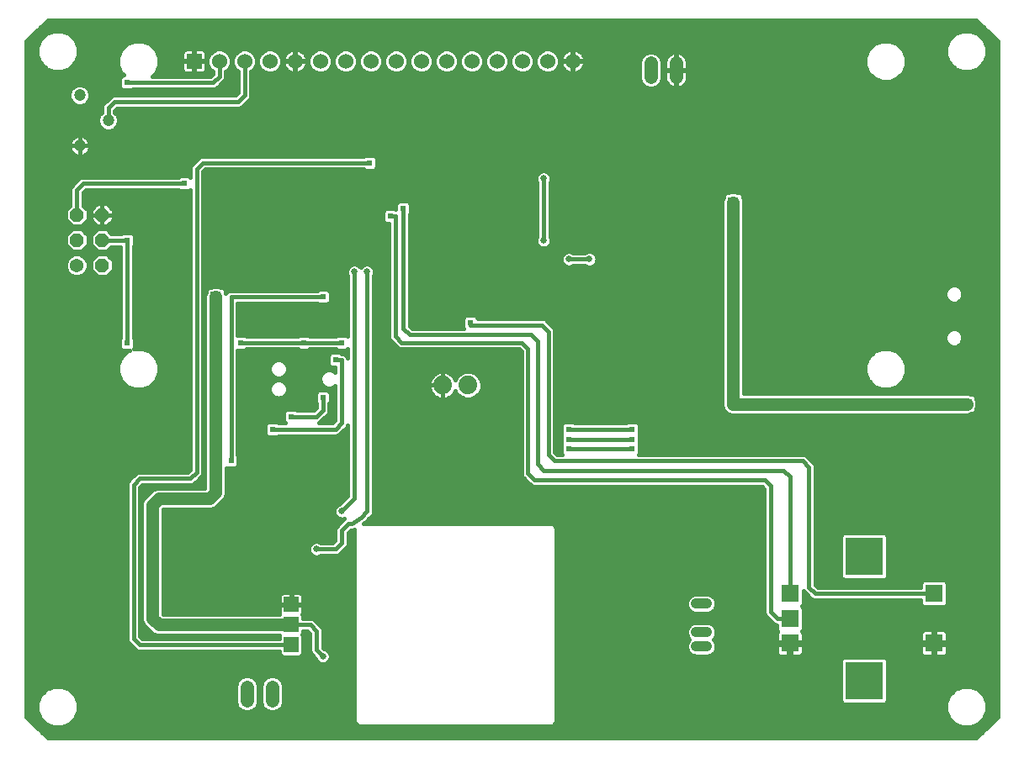
<source format=gtl>
G75*
%MOIN*%
%OFA0B0*%
%FSLAX25Y25*%
%IPPOS*%
%LPD*%
%AMOC8*
5,1,8,0,0,1.08239X$1,22.5*
%
%ADD10R,0.15024X0.15024*%
%ADD11R,0.07087X0.07087*%
%ADD12C,0.04134*%
%ADD13R,0.06000X0.06000*%
%ADD14C,0.06000*%
%ADD15C,0.07400*%
%ADD16R,0.05906X0.05906*%
%ADD17C,0.05400*%
%ADD18OC8,0.05400*%
%ADD19C,0.04724*%
%ADD20C,0.05400*%
%ADD21C,0.01600*%
%ADD22R,0.02400X0.02400*%
%ADD23R,0.03562X0.03562*%
%ADD24R,0.04134X0.04134*%
%ADD25C,0.04134*%
%ADD26C,0.02578*%
%ADD27C,0.05000*%
D10*
X0336328Y0027194D03*
X0336328Y0076406D03*
D11*
X0363887Y0061643D03*
X0363887Y0041957D03*
X0306800Y0041957D03*
X0306800Y0051800D03*
X0306800Y0061643D03*
D12*
X0273867Y0057611D02*
X0269733Y0057611D01*
X0269733Y0051987D02*
X0273867Y0051987D01*
X0273867Y0046363D02*
X0269733Y0046363D01*
X0269733Y0040739D02*
X0273867Y0040739D01*
D13*
X0070816Y0272824D03*
D14*
X0080816Y0272824D03*
X0090816Y0272824D03*
X0100816Y0272824D03*
X0110816Y0272824D03*
X0120816Y0272824D03*
X0130816Y0272824D03*
X0140816Y0272824D03*
X0150816Y0272824D03*
X0160816Y0272824D03*
X0170816Y0272824D03*
X0180816Y0272824D03*
X0190816Y0272824D03*
X0200816Y0272824D03*
X0210816Y0272824D03*
X0220816Y0272824D03*
D15*
X0179300Y0144300D03*
X0169300Y0144300D03*
D16*
X0109300Y0057300D03*
X0109300Y0049300D03*
X0109300Y0041300D03*
D17*
X0024300Y0191800D03*
D18*
X0034300Y0191800D03*
X0034300Y0201800D03*
X0024300Y0201800D03*
X0024300Y0211800D03*
X0034300Y0211800D03*
D19*
X0025580Y0239300D03*
X0036800Y0249300D03*
X0025580Y0259300D03*
D20*
X0251800Y0266600D02*
X0251800Y0272000D01*
X0261800Y0272000D02*
X0261800Y0266600D01*
X0101800Y0024500D02*
X0101800Y0019100D01*
X0091800Y0019100D02*
X0091800Y0024500D01*
D21*
X0009083Y0008194D02*
X0384517Y0008194D01*
X0382919Y0006596D02*
X0010681Y0006596D01*
X0012280Y0004997D02*
X0381320Y0004997D01*
X0380723Y0004400D02*
X0012877Y0004400D01*
X0004400Y0012877D01*
X0004400Y0280723D01*
X0012877Y0289200D01*
X0380723Y0289200D01*
X0389200Y0280723D01*
X0389200Y0012877D01*
X0380723Y0004400D01*
X0378411Y0008701D02*
X0381388Y0009934D01*
X0383666Y0012212D01*
X0384899Y0015189D01*
X0384899Y0018411D01*
X0383666Y0021388D01*
X0381388Y0023666D01*
X0378411Y0024899D01*
X0375189Y0024899D01*
X0372212Y0023666D01*
X0369934Y0021388D01*
X0368701Y0018411D01*
X0368701Y0015189D01*
X0369934Y0012212D01*
X0372212Y0009934D01*
X0375189Y0008701D01*
X0378411Y0008701D01*
X0381047Y0009793D02*
X0386116Y0009793D01*
X0387714Y0011391D02*
X0382845Y0011391D01*
X0383988Y0012990D02*
X0389200Y0012990D01*
X0389200Y0014588D02*
X0384650Y0014588D01*
X0384899Y0016187D02*
X0389200Y0016187D01*
X0389200Y0017785D02*
X0384899Y0017785D01*
X0384496Y0019384D02*
X0389200Y0019384D01*
X0389200Y0020982D02*
X0383834Y0020982D01*
X0382473Y0022581D02*
X0389200Y0022581D01*
X0389200Y0024179D02*
X0380149Y0024179D01*
X0373451Y0024179D02*
X0345624Y0024179D01*
X0345624Y0022581D02*
X0371127Y0022581D01*
X0369766Y0020982D02*
X0345624Y0020982D01*
X0345624Y0019384D02*
X0369104Y0019384D01*
X0368701Y0017785D02*
X0214400Y0017785D01*
X0214400Y0016187D02*
X0368701Y0016187D01*
X0368950Y0014588D02*
X0214400Y0014588D01*
X0214400Y0012990D02*
X0369612Y0012990D01*
X0370755Y0011391D02*
X0214400Y0011391D01*
X0214400Y0011283D02*
X0214400Y0087317D01*
X0214004Y0088273D01*
X0213273Y0089004D01*
X0212317Y0089400D01*
X0137819Y0089400D01*
X0138134Y0089614D01*
X0138364Y0089709D01*
X0138555Y0089900D01*
X0138778Y0090052D01*
X0138915Y0090260D01*
X0141491Y0092836D01*
X0141884Y0093786D01*
X0141884Y0187538D01*
X0141905Y0187559D01*
X0142373Y0188689D01*
X0142373Y0189911D01*
X0141905Y0191041D01*
X0141041Y0191905D01*
X0139911Y0192373D01*
X0138689Y0192373D01*
X0137559Y0191905D01*
X0136800Y0191146D01*
X0136041Y0191905D01*
X0134911Y0192373D01*
X0133689Y0192373D01*
X0132559Y0191905D01*
X0131695Y0191041D01*
X0131227Y0189911D01*
X0131227Y0188689D01*
X0131695Y0187559D01*
X0131716Y0187538D01*
X0131716Y0163758D01*
X0131239Y0164234D01*
X0127361Y0164234D01*
X0126961Y0163834D01*
X0116639Y0163834D01*
X0116239Y0164234D01*
X0112361Y0164234D01*
X0111961Y0163834D01*
X0091514Y0163834D01*
X0091239Y0164109D01*
X0088034Y0164109D01*
X0088034Y0176716D01*
X0119461Y0176716D01*
X0119861Y0176316D01*
X0123739Y0176316D01*
X0124784Y0177361D01*
X0124784Y0181239D01*
X0123739Y0182284D01*
X0119861Y0182284D01*
X0119461Y0181884D01*
X0084936Y0181884D01*
X0083986Y0181491D01*
X0083310Y0180815D01*
X0083151Y0181198D01*
X0083151Y0182106D01*
X0082106Y0183151D01*
X0081198Y0183151D01*
X0080152Y0183584D01*
X0078448Y0183584D01*
X0077402Y0183151D01*
X0076494Y0183151D01*
X0075449Y0182106D01*
X0075449Y0181198D01*
X0075016Y0180152D01*
X0075016Y0103584D01*
X0055948Y0103584D01*
X0054373Y0102932D01*
X0053168Y0101727D01*
X0053168Y0101727D01*
X0051873Y0100432D01*
X0050668Y0099227D01*
X0050016Y0097652D01*
X0050016Y0050948D01*
X0050668Y0049373D01*
X0053168Y0046873D01*
X0054373Y0045668D01*
X0055948Y0045016D01*
X0104587Y0045016D01*
X0104563Y0044992D01*
X0104563Y0043884D01*
X0050370Y0043884D01*
X0049384Y0044870D01*
X0049384Y0103730D01*
X0050370Y0104716D01*
X0069814Y0104716D01*
X0070764Y0105109D01*
X0071491Y0105836D01*
X0073991Y0108336D01*
X0074384Y0109286D01*
X0074384Y0228980D01*
X0075370Y0229966D01*
X0138011Y0229966D01*
X0138411Y0229566D01*
X0142289Y0229566D01*
X0143334Y0230611D01*
X0143334Y0234489D01*
X0142289Y0235534D01*
X0138411Y0235534D01*
X0138011Y0235134D01*
X0073786Y0235134D01*
X0072836Y0234741D01*
X0070336Y0232241D01*
X0069609Y0231514D01*
X0069216Y0230564D01*
X0069216Y0226808D01*
X0068739Y0227284D01*
X0064861Y0227284D01*
X0064461Y0226884D01*
X0026286Y0226884D01*
X0025336Y0226491D01*
X0022836Y0223991D01*
X0022109Y0223264D01*
X0021716Y0222314D01*
X0021716Y0215557D01*
X0019816Y0213657D01*
X0019816Y0209943D01*
X0022443Y0207316D01*
X0026157Y0207316D01*
X0028784Y0209943D01*
X0028784Y0213657D01*
X0026884Y0215557D01*
X0026884Y0220730D01*
X0027870Y0221716D01*
X0064461Y0221716D01*
X0064861Y0221316D01*
X0068739Y0221316D01*
X0069216Y0221792D01*
X0069216Y0110870D01*
X0068230Y0109884D01*
X0048786Y0109884D01*
X0047836Y0109491D01*
X0045336Y0106991D01*
X0044609Y0106264D01*
X0044216Y0105314D01*
X0044216Y0043286D01*
X0044609Y0042336D01*
X0047109Y0039836D01*
X0047836Y0039109D01*
X0048786Y0038716D01*
X0104563Y0038716D01*
X0104563Y0037608D01*
X0105608Y0036563D01*
X0112992Y0036563D01*
X0114037Y0037608D01*
X0114037Y0044992D01*
X0113729Y0045300D01*
X0114037Y0045608D01*
X0114037Y0046716D01*
X0115730Y0046716D01*
X0116716Y0045730D01*
X0116716Y0038786D01*
X0117109Y0037836D01*
X0118727Y0036219D01*
X0118727Y0036189D01*
X0119195Y0035059D01*
X0120059Y0034195D01*
X0121189Y0033727D01*
X0122411Y0033727D01*
X0123541Y0034195D01*
X0124405Y0035059D01*
X0124873Y0036189D01*
X0124873Y0037411D01*
X0124405Y0038541D01*
X0123541Y0039405D01*
X0122411Y0039873D01*
X0122381Y0039873D01*
X0121884Y0040370D01*
X0121884Y0047314D01*
X0121491Y0048264D01*
X0120764Y0048991D01*
X0118264Y0051491D01*
X0117314Y0051884D01*
X0114037Y0051884D01*
X0114037Y0052992D01*
X0113727Y0053301D01*
X0113930Y0053652D01*
X0114053Y0054110D01*
X0114053Y0057116D01*
X0109484Y0057116D01*
X0109484Y0057484D01*
X0109116Y0057484D01*
X0109116Y0057116D01*
X0104547Y0057116D01*
X0104547Y0054110D01*
X0104670Y0053652D01*
X0104709Y0053584D01*
X0058584Y0053584D01*
X0058584Y0095016D01*
X0077652Y0095016D01*
X0079227Y0095668D01*
X0080432Y0096873D01*
X0080432Y0096873D01*
X0081727Y0098168D01*
X0082932Y0099373D01*
X0083584Y0100948D01*
X0083584Y0111316D01*
X0087389Y0111316D01*
X0088434Y0112361D01*
X0088434Y0116239D01*
X0088034Y0116639D01*
X0088034Y0158141D01*
X0091239Y0158141D01*
X0091764Y0158666D01*
X0111961Y0158666D01*
X0112361Y0158266D01*
X0116239Y0158266D01*
X0116639Y0158666D01*
X0126961Y0158666D01*
X0127361Y0158266D01*
X0131239Y0158266D01*
X0131716Y0158742D01*
X0131716Y0155221D01*
X0131491Y0155764D01*
X0130764Y0156491D01*
X0129814Y0156884D01*
X0129139Y0156884D01*
X0128739Y0157284D01*
X0124861Y0157284D01*
X0123816Y0156239D01*
X0123816Y0152361D01*
X0124861Y0151316D01*
X0126716Y0151316D01*
X0126716Y0149405D01*
X0126311Y0149810D01*
X0125006Y0150350D01*
X0123594Y0150350D01*
X0122289Y0149810D01*
X0121290Y0148811D01*
X0120750Y0147506D01*
X0120750Y0146094D01*
X0121290Y0144789D01*
X0122289Y0143790D01*
X0123594Y0143250D01*
X0125006Y0143250D01*
X0126311Y0143790D01*
X0126716Y0144195D01*
X0126716Y0130370D01*
X0125730Y0129384D01*
X0120221Y0129384D01*
X0120764Y0129609D01*
X0123264Y0132109D01*
X0123991Y0132836D01*
X0124384Y0133786D01*
X0124384Y0136961D01*
X0124784Y0137361D01*
X0124784Y0141239D01*
X0123739Y0142284D01*
X0119861Y0142284D01*
X0118816Y0141239D01*
X0118816Y0137361D01*
X0119216Y0136961D01*
X0119216Y0135370D01*
X0118230Y0134384D01*
X0111639Y0134384D01*
X0111239Y0134784D01*
X0107361Y0134784D01*
X0106316Y0133739D01*
X0106316Y0129861D01*
X0106792Y0129384D01*
X0104139Y0129384D01*
X0103739Y0129784D01*
X0099861Y0129784D01*
X0098816Y0128739D01*
X0098816Y0124861D01*
X0099861Y0123816D01*
X0103739Y0123816D01*
X0104139Y0124216D01*
X0127314Y0124216D01*
X0128264Y0124609D01*
X0128991Y0125336D01*
X0131491Y0127836D01*
X0131716Y0128379D01*
X0131716Y0100370D01*
X0128719Y0097373D01*
X0128689Y0097373D01*
X0127559Y0096905D01*
X0126695Y0096041D01*
X0126227Y0094911D01*
X0126227Y0093689D01*
X0126695Y0092559D01*
X0127559Y0091695D01*
X0128689Y0091227D01*
X0129911Y0091227D01*
X0130186Y0091340D01*
X0129609Y0090764D01*
X0129609Y0090764D01*
X0127836Y0088991D01*
X0127109Y0088264D01*
X0126716Y0087314D01*
X0126716Y0082870D01*
X0125730Y0081884D01*
X0121062Y0081884D01*
X0121041Y0081905D01*
X0119911Y0082373D01*
X0118689Y0082373D01*
X0117559Y0081905D01*
X0116695Y0081041D01*
X0116227Y0079911D01*
X0116227Y0078689D01*
X0116695Y0077559D01*
X0117559Y0076695D01*
X0118689Y0076227D01*
X0119911Y0076227D01*
X0121041Y0076695D01*
X0121062Y0076716D01*
X0127314Y0076716D01*
X0128264Y0077109D01*
X0131491Y0080336D01*
X0131884Y0081286D01*
X0131884Y0085730D01*
X0132870Y0086716D01*
X0133637Y0086716D01*
X0134200Y0086949D01*
X0134200Y0011283D01*
X0134596Y0010327D01*
X0135327Y0009596D01*
X0136283Y0009200D01*
X0212317Y0009200D01*
X0213273Y0009596D01*
X0214004Y0010327D01*
X0214400Y0011283D01*
X0213470Y0009793D02*
X0372553Y0009793D01*
X0389200Y0025778D02*
X0345624Y0025778D01*
X0345624Y0027376D02*
X0389200Y0027376D01*
X0389200Y0028975D02*
X0345624Y0028975D01*
X0345624Y0030573D02*
X0389200Y0030573D01*
X0389200Y0032172D02*
X0345624Y0032172D01*
X0345624Y0033770D02*
X0389200Y0033770D01*
X0389200Y0035369D02*
X0345624Y0035369D01*
X0345624Y0035445D02*
X0344578Y0036490D01*
X0328077Y0036490D01*
X0327031Y0035445D01*
X0327031Y0018943D01*
X0328077Y0017898D01*
X0344578Y0017898D01*
X0345624Y0018943D01*
X0345624Y0035445D01*
X0358543Y0038177D02*
X0358666Y0037719D01*
X0358903Y0037309D01*
X0359238Y0036974D01*
X0359649Y0036737D01*
X0360106Y0036614D01*
X0363505Y0036614D01*
X0363505Y0041576D01*
X0358543Y0041576D01*
X0358543Y0038177D01*
X0358543Y0038566D02*
X0312143Y0038566D01*
X0312143Y0038177D02*
X0312143Y0041576D01*
X0307181Y0041576D01*
X0307181Y0036614D01*
X0310580Y0036614D01*
X0311038Y0036737D01*
X0311449Y0036974D01*
X0311784Y0037309D01*
X0312021Y0037719D01*
X0312143Y0038177D01*
X0311437Y0036967D02*
X0359249Y0036967D01*
X0358543Y0040164D02*
X0312143Y0040164D01*
X0312143Y0042339D02*
X0307181Y0042339D01*
X0307181Y0041576D01*
X0306419Y0041576D01*
X0306419Y0036614D01*
X0303020Y0036614D01*
X0302562Y0036737D01*
X0302151Y0036974D01*
X0301816Y0037309D01*
X0301579Y0037719D01*
X0301457Y0038177D01*
X0301457Y0041576D01*
X0306419Y0041576D01*
X0306419Y0042339D01*
X0301457Y0042339D01*
X0301457Y0045738D01*
X0301579Y0046196D01*
X0301816Y0046606D01*
X0302100Y0046890D01*
X0301472Y0047518D01*
X0301472Y0049216D01*
X0301286Y0049216D01*
X0300336Y0049609D01*
X0299609Y0050336D01*
X0299609Y0050336D01*
X0297836Y0052109D01*
X0297836Y0052109D01*
X0297109Y0052836D01*
X0296716Y0053786D01*
X0296716Y0103230D01*
X0295730Y0104216D01*
X0205086Y0104216D01*
X0204136Y0104609D01*
X0203409Y0105336D01*
X0200909Y0107836D01*
X0200516Y0108786D01*
X0200516Y0157680D01*
X0199530Y0158666D01*
X0152586Y0158666D01*
X0151636Y0159059D01*
X0150909Y0159786D01*
X0148409Y0162286D01*
X0148016Y0163236D01*
X0148016Y0208316D01*
X0146611Y0208316D01*
X0145566Y0209361D01*
X0145566Y0213239D01*
X0146611Y0214284D01*
X0150489Y0214284D01*
X0150766Y0214008D01*
X0150766Y0216239D01*
X0151811Y0217284D01*
X0155689Y0217284D01*
X0156734Y0216239D01*
X0156734Y0212361D01*
X0156334Y0211961D01*
X0156334Y0167870D01*
X0157320Y0166884D01*
X0177542Y0166884D01*
X0177316Y0167111D01*
X0177316Y0170989D01*
X0178361Y0172034D01*
X0182239Y0172034D01*
X0183284Y0170989D01*
X0183284Y0170684D01*
X0209164Y0170684D01*
X0210114Y0170291D01*
X0210841Y0169564D01*
X0213341Y0167064D01*
X0213734Y0166114D01*
X0213734Y0117870D01*
X0214720Y0116884D01*
X0216492Y0116884D01*
X0216316Y0117061D01*
X0216316Y0120939D01*
X0216327Y0120950D01*
X0216316Y0120961D01*
X0216316Y0124839D01*
X0216327Y0124850D01*
X0216316Y0124861D01*
X0216316Y0128739D01*
X0217361Y0129784D01*
X0221239Y0129784D01*
X0221639Y0129384D01*
X0241911Y0129384D01*
X0242311Y0129784D01*
X0246189Y0129784D01*
X0247234Y0128739D01*
X0247234Y0124861D01*
X0247223Y0124850D01*
X0247234Y0124839D01*
X0247234Y0120961D01*
X0247223Y0120950D01*
X0247234Y0120939D01*
X0247234Y0117061D01*
X0247058Y0116884D01*
X0312314Y0116884D01*
X0313264Y0116491D01*
X0313991Y0115764D01*
X0316491Y0113264D01*
X0316884Y0112314D01*
X0316884Y0065213D01*
X0317870Y0064227D01*
X0358559Y0064227D01*
X0358559Y0065925D01*
X0359604Y0066970D01*
X0368169Y0066970D01*
X0369214Y0065925D01*
X0369214Y0057360D01*
X0368169Y0056315D01*
X0359604Y0056315D01*
X0358559Y0057360D01*
X0358559Y0059058D01*
X0316286Y0059058D01*
X0315336Y0059452D01*
X0312836Y0061952D01*
X0312128Y0062660D01*
X0312128Y0057360D01*
X0311489Y0056721D01*
X0312128Y0056082D01*
X0312128Y0047518D01*
X0311500Y0046890D01*
X0311784Y0046606D01*
X0312021Y0046196D01*
X0312143Y0045738D01*
X0312143Y0042339D01*
X0312143Y0043361D02*
X0358543Y0043361D01*
X0358543Y0042339D02*
X0363505Y0042339D01*
X0363505Y0041576D01*
X0364268Y0041576D01*
X0364268Y0036614D01*
X0367667Y0036614D01*
X0368125Y0036737D01*
X0368535Y0036974D01*
X0368870Y0037309D01*
X0369107Y0037719D01*
X0369230Y0038177D01*
X0369230Y0041576D01*
X0364268Y0041576D01*
X0364268Y0042339D01*
X0363505Y0042339D01*
X0363505Y0047301D01*
X0360106Y0047301D01*
X0359649Y0047178D01*
X0359238Y0046941D01*
X0358903Y0046606D01*
X0358666Y0046196D01*
X0358543Y0045738D01*
X0358543Y0042339D01*
X0358543Y0044960D02*
X0312143Y0044960D01*
X0311811Y0046558D02*
X0358875Y0046558D01*
X0363505Y0046558D02*
X0364268Y0046558D01*
X0364268Y0047301D02*
X0364268Y0042339D01*
X0369230Y0042339D01*
X0369230Y0045738D01*
X0369107Y0046196D01*
X0368870Y0046606D01*
X0368535Y0046941D01*
X0368125Y0047178D01*
X0367667Y0047301D01*
X0364268Y0047301D01*
X0364268Y0044960D02*
X0363505Y0044960D01*
X0363505Y0043361D02*
X0364268Y0043361D01*
X0364268Y0041763D02*
X0389200Y0041763D01*
X0389200Y0043361D02*
X0369230Y0043361D01*
X0369230Y0044960D02*
X0389200Y0044960D01*
X0389200Y0046558D02*
X0368898Y0046558D01*
X0369230Y0040164D02*
X0389200Y0040164D01*
X0389200Y0038566D02*
X0369230Y0038566D01*
X0368524Y0036967D02*
X0389200Y0036967D01*
X0389200Y0048157D02*
X0312128Y0048157D01*
X0312128Y0049755D02*
X0389200Y0049755D01*
X0389200Y0051354D02*
X0312128Y0051354D01*
X0312128Y0052952D02*
X0389200Y0052952D01*
X0389200Y0054551D02*
X0312128Y0054551D01*
X0312061Y0056149D02*
X0389200Y0056149D01*
X0389200Y0057748D02*
X0369214Y0057748D01*
X0369214Y0059346D02*
X0389200Y0059346D01*
X0389200Y0060945D02*
X0369214Y0060945D01*
X0369214Y0062543D02*
X0389200Y0062543D01*
X0389200Y0064142D02*
X0369214Y0064142D01*
X0369214Y0065740D02*
X0389200Y0065740D01*
X0389200Y0067339D02*
X0344807Y0067339D01*
X0344578Y0067110D02*
X0345624Y0068155D01*
X0345624Y0084657D01*
X0344578Y0085702D01*
X0328077Y0085702D01*
X0327031Y0084657D01*
X0327031Y0068155D01*
X0328077Y0067110D01*
X0344578Y0067110D01*
X0345624Y0068937D02*
X0389200Y0068937D01*
X0389200Y0070536D02*
X0345624Y0070536D01*
X0345624Y0072134D02*
X0389200Y0072134D01*
X0389200Y0073733D02*
X0345624Y0073733D01*
X0345624Y0075332D02*
X0389200Y0075332D01*
X0389200Y0076930D02*
X0345624Y0076930D01*
X0345624Y0078529D02*
X0389200Y0078529D01*
X0389200Y0080127D02*
X0345624Y0080127D01*
X0345624Y0081726D02*
X0389200Y0081726D01*
X0389200Y0083324D02*
X0345624Y0083324D01*
X0345358Y0084923D02*
X0389200Y0084923D01*
X0389200Y0086521D02*
X0316884Y0086521D01*
X0316884Y0084923D02*
X0327297Y0084923D01*
X0327031Y0083324D02*
X0316884Y0083324D01*
X0316884Y0081726D02*
X0327031Y0081726D01*
X0327031Y0080127D02*
X0316884Y0080127D01*
X0316884Y0078529D02*
X0327031Y0078529D01*
X0327031Y0076930D02*
X0316884Y0076930D01*
X0316884Y0075332D02*
X0327031Y0075332D01*
X0327031Y0073733D02*
X0316884Y0073733D01*
X0316884Y0072134D02*
X0327031Y0072134D01*
X0327031Y0070536D02*
X0316884Y0070536D01*
X0316884Y0068937D02*
X0327031Y0068937D01*
X0327848Y0067339D02*
X0316884Y0067339D01*
X0316884Y0065740D02*
X0358559Y0065740D01*
X0363887Y0061643D02*
X0316800Y0061643D01*
X0314300Y0064143D01*
X0314300Y0111800D01*
X0311800Y0114300D01*
X0213650Y0114300D01*
X0211150Y0116800D01*
X0211150Y0165600D01*
X0208650Y0168100D01*
X0180300Y0168100D01*
X0180300Y0169050D01*
X0177316Y0169644D02*
X0156334Y0169644D01*
X0156334Y0171242D02*
X0177569Y0171242D01*
X0177316Y0168045D02*
X0156334Y0168045D01*
X0153750Y0166800D02*
X0156250Y0164300D01*
X0204300Y0164300D01*
X0206800Y0161800D01*
X0206800Y0113100D01*
X0209300Y0110600D01*
X0304300Y0110600D01*
X0306800Y0108100D01*
X0306800Y0061643D01*
X0312128Y0060945D02*
X0313843Y0060945D01*
X0312244Y0062543D02*
X0312128Y0062543D01*
X0312128Y0059346D02*
X0315590Y0059346D01*
X0312128Y0057748D02*
X0358559Y0057748D01*
X0363505Y0041763D02*
X0307181Y0041763D01*
X0306419Y0041763D02*
X0277611Y0041763D01*
X0277718Y0041505D02*
X0277132Y0042920D01*
X0276501Y0043551D01*
X0277132Y0044181D01*
X0277718Y0045597D01*
X0277718Y0047129D01*
X0277132Y0048545D01*
X0276048Y0049628D01*
X0274633Y0050214D01*
X0268967Y0050214D01*
X0267552Y0049628D01*
X0266468Y0048545D01*
X0265882Y0047129D01*
X0265882Y0045597D01*
X0266468Y0044181D01*
X0267099Y0043551D01*
X0266468Y0042920D01*
X0265882Y0041505D01*
X0265882Y0039973D01*
X0266468Y0038557D01*
X0267552Y0037474D01*
X0268967Y0036888D01*
X0274633Y0036888D01*
X0276048Y0037474D01*
X0277132Y0038557D01*
X0277718Y0039973D01*
X0277718Y0041505D01*
X0277718Y0040164D02*
X0301457Y0040164D01*
X0301457Y0038566D02*
X0277135Y0038566D01*
X0274825Y0036967D02*
X0302163Y0036967D01*
X0306419Y0036967D02*
X0307181Y0036967D01*
X0307181Y0038566D02*
X0306419Y0038566D01*
X0306419Y0040164D02*
X0307181Y0040164D01*
X0301457Y0043361D02*
X0276691Y0043361D01*
X0277454Y0044960D02*
X0301457Y0044960D01*
X0301789Y0046558D02*
X0277718Y0046558D01*
X0277292Y0048157D02*
X0301472Y0048157D01*
X0300190Y0049755D02*
X0275741Y0049755D01*
X0274633Y0053760D02*
X0268967Y0053760D01*
X0267552Y0054346D01*
X0266468Y0055430D01*
X0265882Y0056845D01*
X0265882Y0058377D01*
X0266468Y0059793D01*
X0267552Y0060876D01*
X0268967Y0061462D01*
X0274633Y0061462D01*
X0276048Y0060876D01*
X0277132Y0059793D01*
X0277718Y0058377D01*
X0277718Y0056845D01*
X0277132Y0055430D01*
X0276048Y0054346D01*
X0274633Y0053760D01*
X0276253Y0054551D02*
X0296716Y0054551D01*
X0296716Y0056149D02*
X0277430Y0056149D01*
X0277718Y0057748D02*
X0296716Y0057748D01*
X0296716Y0059346D02*
X0277317Y0059346D01*
X0275882Y0060945D02*
X0296716Y0060945D01*
X0296716Y0062543D02*
X0214400Y0062543D01*
X0214400Y0060945D02*
X0267718Y0060945D01*
X0266283Y0059346D02*
X0214400Y0059346D01*
X0214400Y0057748D02*
X0265882Y0057748D01*
X0266170Y0056149D02*
X0214400Y0056149D01*
X0214400Y0054551D02*
X0267347Y0054551D01*
X0267859Y0049755D02*
X0214400Y0049755D01*
X0214400Y0048157D02*
X0266308Y0048157D01*
X0265882Y0046558D02*
X0214400Y0046558D01*
X0214400Y0044960D02*
X0266146Y0044960D01*
X0266909Y0043361D02*
X0214400Y0043361D01*
X0214400Y0041763D02*
X0265989Y0041763D01*
X0265882Y0040164D02*
X0214400Y0040164D01*
X0214400Y0038566D02*
X0266465Y0038566D01*
X0268775Y0036967D02*
X0214400Y0036967D01*
X0214400Y0035369D02*
X0327031Y0035369D01*
X0327031Y0033770D02*
X0214400Y0033770D01*
X0214400Y0032172D02*
X0327031Y0032172D01*
X0327031Y0030573D02*
X0214400Y0030573D01*
X0214400Y0028975D02*
X0327031Y0028975D01*
X0327031Y0027376D02*
X0214400Y0027376D01*
X0214400Y0025778D02*
X0327031Y0025778D01*
X0327031Y0024179D02*
X0214400Y0024179D01*
X0214400Y0022581D02*
X0327031Y0022581D01*
X0327031Y0020982D02*
X0214400Y0020982D01*
X0214400Y0019384D02*
X0327031Y0019384D01*
X0363505Y0036967D02*
X0364268Y0036967D01*
X0364268Y0038566D02*
X0363505Y0038566D01*
X0363505Y0040164D02*
X0364268Y0040164D01*
X0306800Y0051800D02*
X0301800Y0051800D01*
X0299300Y0054300D01*
X0299300Y0104300D01*
X0296800Y0106800D01*
X0205600Y0106800D01*
X0203100Y0109300D01*
X0203100Y0158750D01*
X0200600Y0161250D01*
X0153100Y0161250D01*
X0150600Y0163750D01*
X0150600Y0211300D01*
X0148550Y0211300D01*
X0145566Y0211205D02*
X0074384Y0211205D01*
X0074384Y0212803D02*
X0145566Y0212803D01*
X0145566Y0209606D02*
X0074384Y0209606D01*
X0074384Y0208008D02*
X0148016Y0208008D01*
X0148016Y0206409D02*
X0074384Y0206409D01*
X0074384Y0204811D02*
X0148016Y0204811D01*
X0148016Y0203212D02*
X0074384Y0203212D01*
X0074384Y0201614D02*
X0148016Y0201614D01*
X0148016Y0200015D02*
X0074384Y0200015D01*
X0074384Y0198417D02*
X0148016Y0198417D01*
X0148016Y0196818D02*
X0074384Y0196818D01*
X0074384Y0195220D02*
X0148016Y0195220D01*
X0148016Y0193621D02*
X0074384Y0193621D01*
X0074384Y0192023D02*
X0132843Y0192023D01*
X0131439Y0190424D02*
X0074384Y0190424D01*
X0074384Y0188826D02*
X0131227Y0188826D01*
X0131716Y0187227D02*
X0074384Y0187227D01*
X0074384Y0185629D02*
X0131716Y0185629D01*
X0131716Y0184030D02*
X0074384Y0184030D01*
X0074384Y0182432D02*
X0075775Y0182432D01*
X0075298Y0180833D02*
X0074384Y0180833D01*
X0074384Y0179235D02*
X0075016Y0179235D01*
X0075016Y0177636D02*
X0074384Y0177636D01*
X0074384Y0176038D02*
X0075016Y0176038D01*
X0075016Y0174439D02*
X0074384Y0174439D01*
X0074384Y0172841D02*
X0075016Y0172841D01*
X0075016Y0171242D02*
X0074384Y0171242D01*
X0074384Y0169644D02*
X0075016Y0169644D01*
X0075016Y0168045D02*
X0074384Y0168045D01*
X0074384Y0166447D02*
X0075016Y0166447D01*
X0075016Y0164848D02*
X0074384Y0164848D01*
X0074384Y0163250D02*
X0075016Y0163250D01*
X0075016Y0161651D02*
X0074384Y0161651D01*
X0074384Y0160053D02*
X0075016Y0160053D01*
X0075016Y0158454D02*
X0074384Y0158454D01*
X0074384Y0156856D02*
X0075016Y0156856D01*
X0075016Y0155257D02*
X0074384Y0155257D01*
X0074384Y0153659D02*
X0075016Y0153659D01*
X0075016Y0152060D02*
X0074384Y0152060D01*
X0074384Y0150462D02*
X0075016Y0150462D01*
X0075016Y0148863D02*
X0074384Y0148863D01*
X0074384Y0147265D02*
X0075016Y0147265D01*
X0075016Y0145666D02*
X0074384Y0145666D01*
X0074384Y0144068D02*
X0075016Y0144068D01*
X0075016Y0142469D02*
X0074384Y0142469D01*
X0074384Y0140870D02*
X0075016Y0140870D01*
X0075016Y0139272D02*
X0074384Y0139272D01*
X0074384Y0137673D02*
X0075016Y0137673D01*
X0075016Y0136075D02*
X0074384Y0136075D01*
X0074384Y0134476D02*
X0075016Y0134476D01*
X0075016Y0132878D02*
X0074384Y0132878D01*
X0074384Y0131279D02*
X0075016Y0131279D01*
X0075016Y0129681D02*
X0074384Y0129681D01*
X0074384Y0128082D02*
X0075016Y0128082D01*
X0075016Y0126484D02*
X0074384Y0126484D01*
X0074384Y0124885D02*
X0075016Y0124885D01*
X0075016Y0123287D02*
X0074384Y0123287D01*
X0074384Y0121688D02*
X0075016Y0121688D01*
X0075016Y0120090D02*
X0074384Y0120090D01*
X0074384Y0118491D02*
X0075016Y0118491D01*
X0075016Y0116893D02*
X0074384Y0116893D01*
X0074384Y0115294D02*
X0075016Y0115294D01*
X0075016Y0113696D02*
X0074384Y0113696D01*
X0074384Y0112097D02*
X0075016Y0112097D01*
X0075016Y0110499D02*
X0074384Y0110499D01*
X0074224Y0108900D02*
X0075016Y0108900D01*
X0075016Y0107302D02*
X0072956Y0107302D01*
X0071358Y0105703D02*
X0075016Y0105703D01*
X0075016Y0104105D02*
X0049759Y0104105D01*
X0049384Y0102506D02*
X0053947Y0102506D01*
X0052349Y0100908D02*
X0049384Y0100908D01*
X0049384Y0099309D02*
X0050750Y0099309D01*
X0051873Y0100432D02*
X0051873Y0100432D01*
X0050040Y0097711D02*
X0049384Y0097711D01*
X0049384Y0096112D02*
X0050016Y0096112D01*
X0050016Y0094514D02*
X0049384Y0094514D01*
X0049384Y0092915D02*
X0050016Y0092915D01*
X0050016Y0091317D02*
X0049384Y0091317D01*
X0049384Y0089718D02*
X0050016Y0089718D01*
X0050016Y0088120D02*
X0049384Y0088120D01*
X0049384Y0086521D02*
X0050016Y0086521D01*
X0050016Y0084923D02*
X0049384Y0084923D01*
X0049384Y0083324D02*
X0050016Y0083324D01*
X0050016Y0081726D02*
X0049384Y0081726D01*
X0049384Y0080127D02*
X0050016Y0080127D01*
X0050016Y0078529D02*
X0049384Y0078529D01*
X0049384Y0076930D02*
X0050016Y0076930D01*
X0050016Y0075332D02*
X0049384Y0075332D01*
X0049384Y0073733D02*
X0050016Y0073733D01*
X0050016Y0072134D02*
X0049384Y0072134D01*
X0049384Y0070536D02*
X0050016Y0070536D01*
X0050016Y0068937D02*
X0049384Y0068937D01*
X0049384Y0067339D02*
X0050016Y0067339D01*
X0050016Y0065740D02*
X0049384Y0065740D01*
X0049384Y0064142D02*
X0050016Y0064142D01*
X0050016Y0062543D02*
X0049384Y0062543D01*
X0049384Y0060945D02*
X0050016Y0060945D01*
X0050016Y0059346D02*
X0049384Y0059346D01*
X0049384Y0057748D02*
X0050016Y0057748D01*
X0050016Y0056149D02*
X0049384Y0056149D01*
X0049384Y0054551D02*
X0050016Y0054551D01*
X0050016Y0052952D02*
X0049384Y0052952D01*
X0049384Y0051354D02*
X0050016Y0051354D01*
X0050510Y0049755D02*
X0049384Y0049755D01*
X0049384Y0048157D02*
X0051884Y0048157D01*
X0053483Y0046558D02*
X0049384Y0046558D01*
X0049384Y0044960D02*
X0104563Y0044960D01*
X0109300Y0041300D02*
X0049300Y0041300D01*
X0046800Y0043800D01*
X0046800Y0104800D01*
X0049300Y0107300D01*
X0069300Y0107300D01*
X0071800Y0109800D01*
X0071800Y0230050D01*
X0074300Y0232550D01*
X0140350Y0232550D01*
X0143334Y0231986D02*
X0389200Y0231986D01*
X0389200Y0233584D02*
X0143334Y0233584D01*
X0142641Y0235183D02*
X0389200Y0235183D01*
X0389200Y0236781D02*
X0028894Y0236781D01*
X0028754Y0236588D02*
X0029139Y0237119D01*
X0029437Y0237702D01*
X0029639Y0238325D01*
X0029742Y0238972D01*
X0029742Y0239300D01*
X0029742Y0239628D01*
X0029639Y0240275D01*
X0029437Y0240898D01*
X0029139Y0241481D01*
X0028754Y0242011D01*
X0028291Y0242475D01*
X0027761Y0242860D01*
X0027177Y0243157D01*
X0026554Y0243360D01*
X0025907Y0243462D01*
X0025580Y0243462D01*
X0025580Y0239300D01*
X0029742Y0239300D01*
X0025580Y0239300D01*
X0025580Y0239300D01*
X0025579Y0239300D01*
X0021417Y0239300D01*
X0021417Y0238972D01*
X0021520Y0238325D01*
X0021722Y0237702D01*
X0022020Y0237119D01*
X0022405Y0236588D01*
X0022868Y0236125D01*
X0023398Y0235740D01*
X0023982Y0235443D01*
X0024605Y0235240D01*
X0025252Y0235138D01*
X0025579Y0235138D01*
X0025579Y0239300D01*
X0025579Y0239300D01*
X0021417Y0239300D01*
X0021417Y0239628D01*
X0021520Y0240275D01*
X0021722Y0240898D01*
X0022020Y0241481D01*
X0022405Y0242011D01*
X0022868Y0242475D01*
X0023398Y0242860D01*
X0023982Y0243157D01*
X0024605Y0243360D01*
X0025252Y0243462D01*
X0025579Y0243462D01*
X0025579Y0239300D01*
X0025580Y0239300D01*
X0025580Y0235138D01*
X0025907Y0235138D01*
X0026554Y0235240D01*
X0027177Y0235443D01*
X0027761Y0235740D01*
X0028291Y0236125D01*
X0028754Y0236588D01*
X0029648Y0238380D02*
X0389200Y0238380D01*
X0389200Y0239978D02*
X0029686Y0239978D01*
X0029070Y0241577D02*
X0389200Y0241577D01*
X0389200Y0243175D02*
X0027122Y0243175D01*
X0025580Y0243175D02*
X0025579Y0243175D01*
X0024037Y0243175D02*
X0004400Y0243175D01*
X0004400Y0241577D02*
X0022089Y0241577D01*
X0021473Y0239978D02*
X0004400Y0239978D01*
X0004400Y0238380D02*
X0021511Y0238380D01*
X0022265Y0236781D02*
X0004400Y0236781D01*
X0004400Y0235183D02*
X0024969Y0235183D01*
X0025579Y0235183D02*
X0025580Y0235183D01*
X0026190Y0235183D02*
X0138059Y0235183D01*
X0143110Y0230387D02*
X0389200Y0230387D01*
X0389200Y0228789D02*
X0211146Y0228789D01*
X0211041Y0228894D02*
X0209911Y0229361D01*
X0208689Y0229361D01*
X0207559Y0228894D01*
X0206695Y0228029D01*
X0206227Y0226899D01*
X0206227Y0225677D01*
X0206695Y0224547D01*
X0206716Y0224526D01*
X0206716Y0203562D01*
X0206695Y0203541D01*
X0206227Y0202411D01*
X0206227Y0201189D01*
X0206695Y0200059D01*
X0207559Y0199195D01*
X0208689Y0198727D01*
X0209911Y0198727D01*
X0211041Y0199195D01*
X0211905Y0200059D01*
X0212373Y0201189D01*
X0212373Y0202411D01*
X0211905Y0203541D01*
X0211884Y0203562D01*
X0211884Y0224526D01*
X0211905Y0224547D01*
X0212373Y0225677D01*
X0212373Y0226899D01*
X0211905Y0228029D01*
X0211041Y0228894D01*
X0212253Y0227190D02*
X0389200Y0227190D01*
X0389200Y0225592D02*
X0212338Y0225592D01*
X0211884Y0223993D02*
X0389200Y0223993D01*
X0389200Y0222395D02*
X0211884Y0222395D01*
X0211884Y0220796D02*
X0282752Y0220796D01*
X0282402Y0220651D02*
X0281494Y0220651D01*
X0280449Y0219606D01*
X0280449Y0218698D01*
X0280016Y0217652D01*
X0280016Y0135948D01*
X0280668Y0134373D01*
X0281873Y0133168D01*
X0283448Y0132516D01*
X0377652Y0132516D01*
X0378698Y0132949D01*
X0379606Y0132949D01*
X0380651Y0133994D01*
X0380651Y0134902D01*
X0381084Y0135948D01*
X0381084Y0137652D01*
X0380651Y0138698D01*
X0380651Y0139606D01*
X0379606Y0140651D01*
X0378698Y0140651D01*
X0377652Y0141084D01*
X0288584Y0141084D01*
X0288584Y0217652D01*
X0288151Y0218698D01*
X0288151Y0219606D01*
X0287106Y0220651D01*
X0286198Y0220651D01*
X0285152Y0221084D01*
X0283448Y0221084D01*
X0282402Y0220651D01*
X0280449Y0219198D02*
X0211884Y0219198D01*
X0211884Y0217599D02*
X0280016Y0217599D01*
X0280016Y0216001D02*
X0211884Y0216001D01*
X0211884Y0214402D02*
X0280016Y0214402D01*
X0280016Y0212803D02*
X0211884Y0212803D01*
X0211884Y0211205D02*
X0280016Y0211205D01*
X0280016Y0209606D02*
X0211884Y0209606D01*
X0211884Y0208008D02*
X0280016Y0208008D01*
X0280016Y0206409D02*
X0211884Y0206409D01*
X0211884Y0204811D02*
X0280016Y0204811D01*
X0280016Y0203212D02*
X0212041Y0203212D01*
X0212373Y0201614D02*
X0280016Y0201614D01*
X0280016Y0200015D02*
X0211862Y0200015D01*
X0209300Y0201800D02*
X0209300Y0226288D01*
X0206347Y0227190D02*
X0074384Y0227190D01*
X0074384Y0225592D02*
X0206262Y0225592D01*
X0206716Y0223993D02*
X0074384Y0223993D01*
X0074384Y0222395D02*
X0206716Y0222395D01*
X0206716Y0220796D02*
X0074384Y0220796D01*
X0074384Y0219198D02*
X0206716Y0219198D01*
X0206716Y0217599D02*
X0074384Y0217599D01*
X0074384Y0216001D02*
X0150766Y0216001D01*
X0150766Y0214402D02*
X0074384Y0214402D01*
X0069216Y0214402D02*
X0038062Y0214402D01*
X0038800Y0213664D02*
X0036164Y0216300D01*
X0034400Y0216300D01*
X0034400Y0211900D01*
X0034200Y0211900D01*
X0034200Y0216300D01*
X0032436Y0216300D01*
X0029800Y0213664D01*
X0029800Y0211900D01*
X0034200Y0211900D01*
X0034200Y0211700D01*
X0029800Y0211700D01*
X0029800Y0209936D01*
X0032436Y0207300D01*
X0034200Y0207300D01*
X0034200Y0211700D01*
X0034400Y0211700D01*
X0034400Y0211900D01*
X0038800Y0211900D01*
X0038800Y0213664D01*
X0038800Y0212803D02*
X0069216Y0212803D01*
X0069216Y0211205D02*
X0038800Y0211205D01*
X0038800Y0211700D02*
X0038800Y0209936D01*
X0036164Y0207300D01*
X0034400Y0207300D01*
X0034400Y0211700D01*
X0038800Y0211700D01*
X0038470Y0209606D02*
X0069216Y0209606D01*
X0069216Y0208008D02*
X0036872Y0208008D01*
X0036157Y0206284D02*
X0032443Y0206284D01*
X0029816Y0203657D01*
X0029816Y0199943D01*
X0032443Y0197316D01*
X0036157Y0197316D01*
X0038057Y0199216D01*
X0041716Y0199216D01*
X0041716Y0163464D01*
X0041316Y0163064D01*
X0041316Y0159186D01*
X0042361Y0158141D01*
X0045383Y0158141D01*
X0044181Y0157643D01*
X0041902Y0155364D01*
X0040669Y0152387D01*
X0040669Y0149165D01*
X0041902Y0146189D01*
X0044181Y0143910D01*
X0047157Y0142677D01*
X0050380Y0142677D01*
X0053356Y0143910D01*
X0055635Y0146189D01*
X0056868Y0149165D01*
X0056868Y0152387D01*
X0055635Y0155364D01*
X0053356Y0157643D01*
X0050380Y0158876D01*
X0047157Y0158876D01*
X0046844Y0158746D01*
X0047284Y0159186D01*
X0047284Y0163064D01*
X0046884Y0163464D01*
X0046884Y0199461D01*
X0047284Y0199861D01*
X0047284Y0203739D01*
X0046239Y0204784D01*
X0042361Y0204784D01*
X0041961Y0204384D01*
X0038057Y0204384D01*
X0036157Y0206284D01*
X0037631Y0204811D02*
X0069216Y0204811D01*
X0069216Y0206409D02*
X0004400Y0206409D01*
X0004400Y0204811D02*
X0020969Y0204811D01*
X0019816Y0203657D02*
X0019816Y0199943D01*
X0022443Y0197316D01*
X0026157Y0197316D01*
X0028784Y0199943D01*
X0028784Y0203657D01*
X0026157Y0206284D01*
X0022443Y0206284D01*
X0019816Y0203657D01*
X0019816Y0203212D02*
X0004400Y0203212D01*
X0004400Y0201614D02*
X0019816Y0201614D01*
X0019816Y0200015D02*
X0004400Y0200015D01*
X0004400Y0198417D02*
X0021341Y0198417D01*
X0021760Y0195602D02*
X0020498Y0194340D01*
X0019816Y0192692D01*
X0019816Y0190908D01*
X0020498Y0189260D01*
X0021760Y0187998D01*
X0023408Y0187316D01*
X0025192Y0187316D01*
X0026840Y0187998D01*
X0028102Y0189260D01*
X0028784Y0190908D01*
X0028784Y0192692D01*
X0028102Y0194340D01*
X0026840Y0195602D01*
X0025192Y0196284D01*
X0023408Y0196284D01*
X0021760Y0195602D01*
X0021378Y0195220D02*
X0004400Y0195220D01*
X0004400Y0196818D02*
X0041716Y0196818D01*
X0041716Y0195220D02*
X0037222Y0195220D01*
X0036157Y0196284D02*
X0032443Y0196284D01*
X0029816Y0193657D01*
X0029816Y0189943D01*
X0032443Y0187316D01*
X0036157Y0187316D01*
X0038784Y0189943D01*
X0038784Y0193657D01*
X0036157Y0196284D01*
X0037259Y0198417D02*
X0041716Y0198417D01*
X0044300Y0201800D02*
X0044300Y0161125D01*
X0047284Y0161651D02*
X0069216Y0161651D01*
X0069216Y0160053D02*
X0047284Y0160053D01*
X0047099Y0163250D02*
X0069216Y0163250D01*
X0069216Y0164848D02*
X0046884Y0164848D01*
X0046884Y0166447D02*
X0069216Y0166447D01*
X0069216Y0168045D02*
X0046884Y0168045D01*
X0046884Y0169644D02*
X0069216Y0169644D01*
X0069216Y0171242D02*
X0046884Y0171242D01*
X0046884Y0172841D02*
X0069216Y0172841D01*
X0069216Y0174439D02*
X0046884Y0174439D01*
X0046884Y0176038D02*
X0069216Y0176038D01*
X0069216Y0177636D02*
X0046884Y0177636D01*
X0046884Y0179235D02*
X0069216Y0179235D01*
X0069216Y0180833D02*
X0046884Y0180833D01*
X0046884Y0182432D02*
X0069216Y0182432D01*
X0069216Y0184030D02*
X0046884Y0184030D01*
X0046884Y0185629D02*
X0069216Y0185629D01*
X0069216Y0187227D02*
X0046884Y0187227D01*
X0046884Y0188826D02*
X0069216Y0188826D01*
X0069216Y0190424D02*
X0046884Y0190424D01*
X0046884Y0192023D02*
X0069216Y0192023D01*
X0069216Y0193621D02*
X0046884Y0193621D01*
X0046884Y0195220D02*
X0069216Y0195220D01*
X0069216Y0196818D02*
X0046884Y0196818D01*
X0046884Y0198417D02*
X0069216Y0198417D01*
X0069216Y0200015D02*
X0047284Y0200015D01*
X0047284Y0201614D02*
X0069216Y0201614D01*
X0069216Y0203212D02*
X0047284Y0203212D01*
X0044300Y0201800D02*
X0034300Y0201800D01*
X0029816Y0201614D02*
X0028784Y0201614D01*
X0028784Y0203212D02*
X0029816Y0203212D01*
X0030969Y0204811D02*
X0027631Y0204811D01*
X0026850Y0208008D02*
X0031728Y0208008D01*
X0030130Y0209606D02*
X0028448Y0209606D01*
X0028784Y0211205D02*
X0029800Y0211205D01*
X0029800Y0212803D02*
X0028784Y0212803D01*
X0028040Y0214402D02*
X0030538Y0214402D01*
X0032137Y0216001D02*
X0026884Y0216001D01*
X0026884Y0217599D02*
X0069216Y0217599D01*
X0069216Y0216001D02*
X0036463Y0216001D01*
X0034400Y0216001D02*
X0034200Y0216001D01*
X0034200Y0214402D02*
X0034400Y0214402D01*
X0034400Y0212803D02*
X0034200Y0212803D01*
X0034200Y0211205D02*
X0034400Y0211205D01*
X0034400Y0209606D02*
X0034200Y0209606D01*
X0034200Y0208008D02*
X0034400Y0208008D01*
X0029816Y0200015D02*
X0028784Y0200015D01*
X0027259Y0198417D02*
X0031341Y0198417D01*
X0031378Y0195220D02*
X0027222Y0195220D01*
X0028399Y0193621D02*
X0029816Y0193621D01*
X0029816Y0192023D02*
X0028784Y0192023D01*
X0028584Y0190424D02*
X0029816Y0190424D01*
X0030932Y0188826D02*
X0027668Y0188826D01*
X0020932Y0188826D02*
X0004400Y0188826D01*
X0004400Y0190424D02*
X0020016Y0190424D01*
X0019816Y0192023D02*
X0004400Y0192023D01*
X0004400Y0193621D02*
X0020201Y0193621D01*
X0004400Y0187227D02*
X0041716Y0187227D01*
X0041716Y0185629D02*
X0004400Y0185629D01*
X0004400Y0184030D02*
X0041716Y0184030D01*
X0041716Y0182432D02*
X0004400Y0182432D01*
X0004400Y0180833D02*
X0041716Y0180833D01*
X0041716Y0179235D02*
X0004400Y0179235D01*
X0004400Y0177636D02*
X0041716Y0177636D01*
X0041716Y0176038D02*
X0004400Y0176038D01*
X0004400Y0174439D02*
X0041716Y0174439D01*
X0041716Y0172841D02*
X0004400Y0172841D01*
X0004400Y0171242D02*
X0041716Y0171242D01*
X0041716Y0169644D02*
X0004400Y0169644D01*
X0004400Y0168045D02*
X0041716Y0168045D01*
X0041716Y0166447D02*
X0004400Y0166447D01*
X0004400Y0164848D02*
X0041716Y0164848D01*
X0041501Y0163250D02*
X0004400Y0163250D01*
X0004400Y0161651D02*
X0041316Y0161651D01*
X0041316Y0160053D02*
X0004400Y0160053D01*
X0004400Y0158454D02*
X0042048Y0158454D01*
X0043394Y0156856D02*
X0004400Y0156856D01*
X0004400Y0155257D02*
X0041858Y0155257D01*
X0041196Y0153659D02*
X0004400Y0153659D01*
X0004400Y0152060D02*
X0040669Y0152060D01*
X0040669Y0150462D02*
X0004400Y0150462D01*
X0004400Y0148863D02*
X0040795Y0148863D01*
X0041457Y0147265D02*
X0004400Y0147265D01*
X0004400Y0145666D02*
X0042425Y0145666D01*
X0044023Y0144068D02*
X0004400Y0144068D01*
X0004400Y0142469D02*
X0069216Y0142469D01*
X0069216Y0140870D02*
X0004400Y0140870D01*
X0004400Y0139272D02*
X0069216Y0139272D01*
X0069216Y0137673D02*
X0004400Y0137673D01*
X0004400Y0136075D02*
X0069216Y0136075D01*
X0069216Y0134476D02*
X0004400Y0134476D01*
X0004400Y0132878D02*
X0069216Y0132878D01*
X0069216Y0131279D02*
X0004400Y0131279D01*
X0004400Y0129681D02*
X0069216Y0129681D01*
X0069216Y0128082D02*
X0004400Y0128082D01*
X0004400Y0126484D02*
X0069216Y0126484D01*
X0069216Y0124885D02*
X0004400Y0124885D01*
X0004400Y0123287D02*
X0069216Y0123287D01*
X0069216Y0121688D02*
X0004400Y0121688D01*
X0004400Y0120090D02*
X0069216Y0120090D01*
X0069216Y0118491D02*
X0004400Y0118491D01*
X0004400Y0116893D02*
X0069216Y0116893D01*
X0069216Y0115294D02*
X0004400Y0115294D01*
X0004400Y0113696D02*
X0069216Y0113696D01*
X0069216Y0112097D02*
X0004400Y0112097D01*
X0004400Y0110499D02*
X0068844Y0110499D01*
X0083584Y0110499D02*
X0131716Y0110499D01*
X0131716Y0112097D02*
X0088171Y0112097D01*
X0088434Y0113696D02*
X0131716Y0113696D01*
X0131716Y0115294D02*
X0088434Y0115294D01*
X0088034Y0116893D02*
X0131716Y0116893D01*
X0131716Y0118491D02*
X0088034Y0118491D01*
X0088034Y0120090D02*
X0131716Y0120090D01*
X0131716Y0121688D02*
X0088034Y0121688D01*
X0088034Y0123287D02*
X0131716Y0123287D01*
X0131716Y0124885D02*
X0128540Y0124885D01*
X0130139Y0126484D02*
X0131716Y0126484D01*
X0131716Y0128082D02*
X0131593Y0128082D01*
X0129300Y0129300D02*
X0126800Y0126800D01*
X0101800Y0126800D01*
X0098816Y0126484D02*
X0088034Y0126484D01*
X0088034Y0128082D02*
X0098816Y0128082D01*
X0099758Y0129681D02*
X0088034Y0129681D01*
X0088034Y0131279D02*
X0106316Y0131279D01*
X0106316Y0132878D02*
X0088034Y0132878D01*
X0088034Y0134476D02*
X0107053Y0134476D01*
X0109300Y0131800D02*
X0119300Y0131800D01*
X0121800Y0134300D01*
X0121800Y0139300D01*
X0124784Y0139272D02*
X0126716Y0139272D01*
X0126716Y0140870D02*
X0124784Y0140870D01*
X0126716Y0142469D02*
X0107850Y0142469D01*
X0107850Y0142094D02*
X0107310Y0140789D01*
X0106311Y0139790D01*
X0105006Y0139250D01*
X0103594Y0139250D01*
X0102289Y0139790D01*
X0101290Y0140789D01*
X0100750Y0142094D01*
X0100750Y0143506D01*
X0101290Y0144811D01*
X0102289Y0145810D01*
X0103594Y0146350D01*
X0105006Y0146350D01*
X0106311Y0145810D01*
X0107310Y0144811D01*
X0107850Y0143506D01*
X0107850Y0142094D01*
X0107343Y0140870D02*
X0118816Y0140870D01*
X0118816Y0139272D02*
X0105059Y0139272D01*
X0103541Y0139272D02*
X0088034Y0139272D01*
X0088034Y0140870D02*
X0101257Y0140870D01*
X0100750Y0142469D02*
X0088034Y0142469D01*
X0088034Y0144068D02*
X0100983Y0144068D01*
X0102146Y0145666D02*
X0088034Y0145666D01*
X0088034Y0147265D02*
X0103559Y0147265D01*
X0103594Y0147250D02*
X0105006Y0147250D01*
X0106311Y0147790D01*
X0107310Y0148789D01*
X0107850Y0150094D01*
X0107850Y0151506D01*
X0107310Y0152811D01*
X0106311Y0153810D01*
X0105006Y0154350D01*
X0103594Y0154350D01*
X0102289Y0153810D01*
X0101290Y0152811D01*
X0100750Y0151506D01*
X0100750Y0150094D01*
X0101290Y0148789D01*
X0102289Y0147790D01*
X0103594Y0147250D01*
X0105041Y0147265D02*
X0120750Y0147265D01*
X0120927Y0145666D02*
X0106454Y0145666D01*
X0107617Y0144068D02*
X0122012Y0144068D01*
X0126588Y0144068D02*
X0126716Y0144068D01*
X0121343Y0148863D02*
X0107340Y0148863D01*
X0107850Y0150462D02*
X0126716Y0150462D01*
X0124117Y0152060D02*
X0107621Y0152060D01*
X0106462Y0153659D02*
X0123816Y0153659D01*
X0123816Y0155257D02*
X0088034Y0155257D01*
X0088034Y0153659D02*
X0102138Y0153659D01*
X0100979Y0152060D02*
X0088034Y0152060D01*
X0088034Y0150462D02*
X0100750Y0150462D01*
X0101260Y0148863D02*
X0088034Y0148863D01*
X0088034Y0156856D02*
X0124432Y0156856D01*
X0127173Y0158454D02*
X0116427Y0158454D01*
X0114300Y0161250D02*
X0089300Y0161250D01*
X0089300Y0161125D01*
X0091552Y0158454D02*
X0112173Y0158454D01*
X0114300Y0161250D02*
X0129300Y0161250D01*
X0131427Y0158454D02*
X0131716Y0158454D01*
X0131716Y0156856D02*
X0129883Y0156856D01*
X0131701Y0155257D02*
X0131716Y0155257D01*
X0129300Y0154300D02*
X0129300Y0129300D01*
X0126716Y0131279D02*
X0122434Y0131279D01*
X0123264Y0132109D02*
X0123264Y0132109D01*
X0124008Y0132878D02*
X0126716Y0132878D01*
X0126716Y0134476D02*
X0124384Y0134476D01*
X0124384Y0136075D02*
X0126716Y0136075D01*
X0126716Y0137673D02*
X0124784Y0137673D01*
X0119216Y0136075D02*
X0088034Y0136075D01*
X0088034Y0137673D02*
X0118816Y0137673D01*
X0118322Y0134476D02*
X0111547Y0134476D01*
X0106496Y0129681D02*
X0103842Y0129681D01*
X0098816Y0124885D02*
X0088034Y0124885D01*
X0085450Y0114300D02*
X0085450Y0179300D01*
X0121800Y0179300D01*
X0124784Y0179235D02*
X0131716Y0179235D01*
X0131716Y0180833D02*
X0124784Y0180833D01*
X0124784Y0177636D02*
X0131716Y0177636D01*
X0131716Y0176038D02*
X0088034Y0176038D01*
X0088034Y0174439D02*
X0131716Y0174439D01*
X0131716Y0172841D02*
X0088034Y0172841D01*
X0088034Y0171242D02*
X0131716Y0171242D01*
X0131716Y0169644D02*
X0088034Y0169644D01*
X0088034Y0168045D02*
X0131716Y0168045D01*
X0131716Y0166447D02*
X0088034Y0166447D01*
X0088034Y0164848D02*
X0131716Y0164848D01*
X0134300Y0169300D02*
X0134300Y0099300D01*
X0129300Y0094300D01*
X0126227Y0094514D02*
X0058584Y0094514D01*
X0058584Y0092915D02*
X0126547Y0092915D01*
X0128472Y0091317D02*
X0058584Y0091317D01*
X0058584Y0089718D02*
X0128563Y0089718D01*
X0127049Y0088120D02*
X0058584Y0088120D01*
X0058584Y0086521D02*
X0126716Y0086521D01*
X0126716Y0084923D02*
X0058584Y0084923D01*
X0058584Y0083324D02*
X0126716Y0083324D01*
X0129300Y0081800D02*
X0126800Y0079300D01*
X0119300Y0079300D01*
X0117324Y0076930D02*
X0058584Y0076930D01*
X0058584Y0075332D02*
X0134200Y0075332D01*
X0134200Y0076930D02*
X0127831Y0076930D01*
X0129683Y0078529D02*
X0134200Y0078529D01*
X0134200Y0080127D02*
X0131282Y0080127D01*
X0131884Y0081726D02*
X0134200Y0081726D01*
X0134200Y0083324D02*
X0131884Y0083324D01*
X0131884Y0084923D02*
X0134200Y0084923D01*
X0134200Y0086521D02*
X0132676Y0086521D01*
X0133123Y0089300D02*
X0133223Y0089400D01*
X0136900Y0091900D01*
X0139300Y0094300D01*
X0139300Y0189300D01*
X0142161Y0190424D02*
X0148016Y0190424D01*
X0148016Y0188826D02*
X0142373Y0188826D01*
X0141884Y0187227D02*
X0148016Y0187227D01*
X0148016Y0185629D02*
X0141884Y0185629D01*
X0141884Y0184030D02*
X0148016Y0184030D01*
X0148016Y0182432D02*
X0141884Y0182432D01*
X0141884Y0180833D02*
X0148016Y0180833D01*
X0148016Y0179235D02*
X0141884Y0179235D01*
X0141884Y0177636D02*
X0148016Y0177636D01*
X0148016Y0176038D02*
X0141884Y0176038D01*
X0141884Y0174439D02*
X0148016Y0174439D01*
X0148016Y0172841D02*
X0141884Y0172841D01*
X0141884Y0171242D02*
X0148016Y0171242D01*
X0148016Y0169644D02*
X0141884Y0169644D01*
X0141884Y0168045D02*
X0148016Y0168045D01*
X0148016Y0166447D02*
X0141884Y0166447D01*
X0141884Y0164848D02*
X0148016Y0164848D01*
X0148016Y0163250D02*
X0141884Y0163250D01*
X0141884Y0161651D02*
X0149044Y0161651D01*
X0150643Y0160053D02*
X0141884Y0160053D01*
X0141884Y0158454D02*
X0199741Y0158454D01*
X0200516Y0156856D02*
X0141884Y0156856D01*
X0141884Y0155257D02*
X0200516Y0155257D01*
X0200516Y0153659D02*
X0141884Y0153659D01*
X0141884Y0152060D02*
X0200516Y0152060D01*
X0200516Y0150462D02*
X0141884Y0150462D01*
X0141884Y0148863D02*
X0166223Y0148863D01*
X0166417Y0149004D02*
X0165717Y0148495D01*
X0165105Y0147883D01*
X0164596Y0147183D01*
X0164203Y0146411D01*
X0163935Y0145588D01*
X0163800Y0144733D01*
X0163800Y0144300D01*
X0169300Y0144300D01*
X0169300Y0144300D01*
X0169300Y0149800D01*
X0169733Y0149800D01*
X0170588Y0149665D01*
X0171411Y0149397D01*
X0172183Y0149004D01*
X0172883Y0148495D01*
X0173495Y0147883D01*
X0174004Y0147183D01*
X0174310Y0146583D01*
X0174651Y0147407D01*
X0176193Y0148949D01*
X0178209Y0149784D01*
X0180391Y0149784D01*
X0182407Y0148949D01*
X0183949Y0147407D01*
X0184784Y0145391D01*
X0184784Y0143209D01*
X0183949Y0141193D01*
X0182407Y0139651D01*
X0180391Y0138816D01*
X0178209Y0138816D01*
X0176193Y0139651D01*
X0174651Y0141193D01*
X0174310Y0142017D01*
X0174004Y0141417D01*
X0173495Y0140717D01*
X0172883Y0140105D01*
X0172183Y0139596D01*
X0171411Y0139203D01*
X0170588Y0138935D01*
X0169733Y0138800D01*
X0169300Y0138800D01*
X0169300Y0144300D01*
X0169300Y0149800D01*
X0168867Y0149800D01*
X0168012Y0149665D01*
X0167189Y0149397D01*
X0166417Y0149004D01*
X0164655Y0147265D02*
X0141884Y0147265D01*
X0141884Y0145666D02*
X0163961Y0145666D01*
X0163800Y0144300D02*
X0163800Y0143867D01*
X0163935Y0143012D01*
X0164203Y0142189D01*
X0164596Y0141417D01*
X0165105Y0140717D01*
X0165717Y0140105D01*
X0166417Y0139596D01*
X0167189Y0139203D01*
X0168012Y0138935D01*
X0168867Y0138800D01*
X0169300Y0138800D01*
X0169300Y0144300D01*
X0169300Y0144300D01*
X0169300Y0144300D01*
X0163800Y0144300D01*
X0163800Y0144068D02*
X0141884Y0144068D01*
X0141884Y0142469D02*
X0164112Y0142469D01*
X0164993Y0140870D02*
X0141884Y0140870D01*
X0141884Y0139272D02*
X0167053Y0139272D01*
X0169300Y0139272D02*
X0169300Y0139272D01*
X0169300Y0140870D02*
X0169300Y0140870D01*
X0169300Y0142469D02*
X0169300Y0142469D01*
X0169300Y0144068D02*
X0169300Y0144068D01*
X0169300Y0145666D02*
X0169300Y0145666D01*
X0169300Y0147265D02*
X0169300Y0147265D01*
X0169300Y0148863D02*
X0169300Y0148863D01*
X0172377Y0148863D02*
X0176107Y0148863D01*
X0174592Y0147265D02*
X0173945Y0147265D01*
X0173607Y0140870D02*
X0174974Y0140870D01*
X0177108Y0139272D02*
X0171547Y0139272D01*
X0181492Y0139272D02*
X0200516Y0139272D01*
X0200516Y0140870D02*
X0183626Y0140870D01*
X0184478Y0142469D02*
X0200516Y0142469D01*
X0200516Y0144068D02*
X0184784Y0144068D01*
X0184670Y0145666D02*
X0200516Y0145666D01*
X0200516Y0147265D02*
X0184008Y0147265D01*
X0182493Y0148863D02*
X0200516Y0148863D01*
X0213734Y0148863D02*
X0280016Y0148863D01*
X0280016Y0147265D02*
X0213734Y0147265D01*
X0213734Y0145666D02*
X0280016Y0145666D01*
X0280016Y0144068D02*
X0213734Y0144068D01*
X0213734Y0142469D02*
X0280016Y0142469D01*
X0280016Y0140870D02*
X0213734Y0140870D01*
X0213734Y0139272D02*
X0280016Y0139272D01*
X0280016Y0137673D02*
X0213734Y0137673D01*
X0213734Y0136075D02*
X0280016Y0136075D01*
X0280625Y0134476D02*
X0213734Y0134476D01*
X0213734Y0132878D02*
X0282573Y0132878D01*
X0288584Y0142469D02*
X0389200Y0142469D01*
X0389200Y0140870D02*
X0378168Y0140870D01*
X0380651Y0139272D02*
X0389200Y0139272D01*
X0389200Y0137673D02*
X0381075Y0137673D01*
X0381084Y0136075D02*
X0389200Y0136075D01*
X0389200Y0134476D02*
X0380651Y0134476D01*
X0378527Y0132878D02*
X0389200Y0132878D01*
X0389200Y0131279D02*
X0213734Y0131279D01*
X0213734Y0129681D02*
X0217258Y0129681D01*
X0216316Y0128082D02*
X0213734Y0128082D01*
X0213734Y0126484D02*
X0216316Y0126484D01*
X0216316Y0124885D02*
X0213734Y0124885D01*
X0213734Y0123287D02*
X0216316Y0123287D01*
X0216316Y0121688D02*
X0213734Y0121688D01*
X0213734Y0120090D02*
X0216316Y0120090D01*
X0216316Y0118491D02*
X0213734Y0118491D01*
X0214712Y0116893D02*
X0216484Y0116893D01*
X0219300Y0119000D02*
X0244250Y0119000D01*
X0247234Y0118491D02*
X0389200Y0118491D01*
X0389200Y0116893D02*
X0247066Y0116893D01*
X0247234Y0120090D02*
X0389200Y0120090D01*
X0389200Y0121688D02*
X0247234Y0121688D01*
X0247234Y0123287D02*
X0389200Y0123287D01*
X0389200Y0124885D02*
X0247234Y0124885D01*
X0247234Y0126484D02*
X0389200Y0126484D01*
X0389200Y0128082D02*
X0247234Y0128082D01*
X0246292Y0129681D02*
X0389200Y0129681D01*
X0389200Y0144068D02*
X0349577Y0144068D01*
X0349419Y0143910D02*
X0351698Y0146189D01*
X0352931Y0149165D01*
X0352931Y0152387D01*
X0351698Y0155364D01*
X0349419Y0157643D01*
X0346443Y0158876D01*
X0343220Y0158876D01*
X0340244Y0157643D01*
X0337965Y0155364D01*
X0336732Y0152387D01*
X0336732Y0149165D01*
X0337965Y0146189D01*
X0340244Y0143910D01*
X0343220Y0142677D01*
X0346443Y0142677D01*
X0349419Y0143910D01*
X0351175Y0145666D02*
X0389200Y0145666D01*
X0389200Y0147265D02*
X0352143Y0147265D01*
X0352805Y0148863D02*
X0389200Y0148863D01*
X0389200Y0150462D02*
X0352931Y0150462D01*
X0352931Y0152060D02*
X0389200Y0152060D01*
X0389200Y0153659D02*
X0352404Y0153659D01*
X0351742Y0155257D02*
X0389200Y0155257D01*
X0389200Y0156856D02*
X0350206Y0156856D01*
X0347460Y0158454D02*
X0389200Y0158454D01*
X0389200Y0160053D02*
X0373683Y0160053D01*
X0373823Y0160111D02*
X0374828Y0161115D01*
X0375372Y0162428D01*
X0375372Y0163849D01*
X0374828Y0165162D01*
X0373823Y0166166D01*
X0372510Y0166710D01*
X0371090Y0166710D01*
X0369777Y0166166D01*
X0368772Y0165162D01*
X0368228Y0163849D01*
X0368228Y0162428D01*
X0368772Y0161115D01*
X0369777Y0160111D01*
X0371090Y0159567D01*
X0372510Y0159567D01*
X0373823Y0160111D01*
X0375050Y0161651D02*
X0389200Y0161651D01*
X0389200Y0163250D02*
X0375372Y0163250D01*
X0374958Y0164848D02*
X0389200Y0164848D01*
X0389200Y0166447D02*
X0373147Y0166447D01*
X0370453Y0166447D02*
X0288584Y0166447D01*
X0288584Y0168045D02*
X0389200Y0168045D01*
X0389200Y0169644D02*
X0288584Y0169644D01*
X0288584Y0171242D02*
X0389200Y0171242D01*
X0389200Y0172841D02*
X0288584Y0172841D01*
X0288584Y0174439D02*
X0389200Y0174439D01*
X0389200Y0176038D02*
X0288584Y0176038D01*
X0288584Y0177636D02*
X0369574Y0177636D01*
X0369777Y0177434D02*
X0371090Y0176890D01*
X0372510Y0176890D01*
X0373823Y0177434D01*
X0374828Y0178438D01*
X0375372Y0179751D01*
X0375372Y0181172D01*
X0374828Y0182485D01*
X0373823Y0183489D01*
X0372510Y0184033D01*
X0371090Y0184033D01*
X0369777Y0183489D01*
X0368772Y0182485D01*
X0368228Y0181172D01*
X0368228Y0179751D01*
X0368772Y0178438D01*
X0369777Y0177434D01*
X0368442Y0179235D02*
X0288584Y0179235D01*
X0288584Y0180833D02*
X0368228Y0180833D01*
X0368750Y0182432D02*
X0288584Y0182432D01*
X0288584Y0184030D02*
X0371083Y0184030D01*
X0372517Y0184030D02*
X0389200Y0184030D01*
X0389200Y0182432D02*
X0374850Y0182432D01*
X0375372Y0180833D02*
X0389200Y0180833D01*
X0389200Y0179235D02*
X0375158Y0179235D01*
X0374026Y0177636D02*
X0389200Y0177636D01*
X0389200Y0185629D02*
X0288584Y0185629D01*
X0288584Y0187227D02*
X0389200Y0187227D01*
X0389200Y0188826D02*
X0288584Y0188826D01*
X0288584Y0190424D02*
X0389200Y0190424D01*
X0389200Y0192023D02*
X0288584Y0192023D01*
X0288584Y0193621D02*
X0389200Y0193621D01*
X0389200Y0195220D02*
X0288584Y0195220D01*
X0288584Y0196818D02*
X0389200Y0196818D01*
X0389200Y0198417D02*
X0288584Y0198417D01*
X0288584Y0200015D02*
X0389200Y0200015D01*
X0389200Y0201614D02*
X0288584Y0201614D01*
X0288584Y0203212D02*
X0389200Y0203212D01*
X0389200Y0204811D02*
X0288584Y0204811D01*
X0288584Y0206409D02*
X0389200Y0206409D01*
X0389200Y0208008D02*
X0288584Y0208008D01*
X0288584Y0209606D02*
X0389200Y0209606D01*
X0389200Y0211205D02*
X0288584Y0211205D01*
X0288584Y0212803D02*
X0389200Y0212803D01*
X0389200Y0214402D02*
X0288584Y0214402D01*
X0288584Y0216001D02*
X0389200Y0216001D01*
X0389200Y0217599D02*
X0288584Y0217599D01*
X0288151Y0219198D02*
X0389200Y0219198D01*
X0389200Y0220796D02*
X0285848Y0220796D01*
X0280016Y0198417D02*
X0156334Y0198417D01*
X0156334Y0200015D02*
X0206738Y0200015D01*
X0206227Y0201614D02*
X0156334Y0201614D01*
X0156334Y0203212D02*
X0206559Y0203212D01*
X0206716Y0204811D02*
X0156334Y0204811D01*
X0156334Y0206409D02*
X0206716Y0206409D01*
X0206716Y0208008D02*
X0156334Y0208008D01*
X0156334Y0209606D02*
X0206716Y0209606D01*
X0206716Y0211205D02*
X0156334Y0211205D01*
X0156734Y0212803D02*
X0206716Y0212803D01*
X0206716Y0214402D02*
X0156734Y0214402D01*
X0156734Y0216001D02*
X0206716Y0216001D01*
X0207454Y0228789D02*
X0074384Y0228789D01*
X0069216Y0228789D02*
X0004400Y0228789D01*
X0004400Y0230387D02*
X0069216Y0230387D01*
X0070081Y0231986D02*
X0004400Y0231986D01*
X0004400Y0233584D02*
X0071679Y0233584D01*
X0069216Y0227190D02*
X0068833Y0227190D01*
X0066800Y0224300D02*
X0026800Y0224300D01*
X0024300Y0221800D01*
X0024300Y0211800D01*
X0019816Y0211205D02*
X0004400Y0211205D01*
X0004400Y0212803D02*
X0019816Y0212803D01*
X0020560Y0214402D02*
X0004400Y0214402D01*
X0004400Y0216001D02*
X0021716Y0216001D01*
X0021716Y0217599D02*
X0004400Y0217599D01*
X0004400Y0219198D02*
X0021716Y0219198D01*
X0021716Y0220796D02*
X0004400Y0220796D01*
X0004400Y0222395D02*
X0021749Y0222395D01*
X0022838Y0223993D02*
X0004400Y0223993D01*
X0004400Y0225592D02*
X0024437Y0225592D01*
X0026951Y0220796D02*
X0069216Y0220796D01*
X0069216Y0219198D02*
X0026884Y0219198D01*
X0020152Y0209606D02*
X0004400Y0209606D01*
X0004400Y0208008D02*
X0021750Y0208008D01*
X0038784Y0193621D02*
X0041716Y0193621D01*
X0041716Y0192023D02*
X0038784Y0192023D01*
X0038784Y0190424D02*
X0041716Y0190424D01*
X0041716Y0188826D02*
X0037668Y0188826D01*
X0051397Y0158454D02*
X0069216Y0158454D01*
X0069216Y0156856D02*
X0054143Y0156856D01*
X0055679Y0155257D02*
X0069216Y0155257D01*
X0069216Y0153659D02*
X0056341Y0153659D01*
X0056868Y0152060D02*
X0069216Y0152060D01*
X0069216Y0150462D02*
X0056868Y0150462D01*
X0056742Y0148863D02*
X0069216Y0148863D01*
X0069216Y0147265D02*
X0056080Y0147265D01*
X0055112Y0145666D02*
X0069216Y0145666D01*
X0069216Y0144068D02*
X0053514Y0144068D01*
X0047246Y0108900D02*
X0004400Y0108900D01*
X0004400Y0107302D02*
X0045647Y0107302D01*
X0044377Y0105703D02*
X0004400Y0105703D01*
X0004400Y0104105D02*
X0044216Y0104105D01*
X0044216Y0102506D02*
X0004400Y0102506D01*
X0004400Y0100908D02*
X0044216Y0100908D01*
X0044216Y0099309D02*
X0004400Y0099309D01*
X0004400Y0097711D02*
X0044216Y0097711D01*
X0044216Y0096112D02*
X0004400Y0096112D01*
X0004400Y0094514D02*
X0044216Y0094514D01*
X0044216Y0092915D02*
X0004400Y0092915D01*
X0004400Y0091317D02*
X0044216Y0091317D01*
X0044216Y0089718D02*
X0004400Y0089718D01*
X0004400Y0088120D02*
X0044216Y0088120D01*
X0044216Y0086521D02*
X0004400Y0086521D01*
X0004400Y0084923D02*
X0044216Y0084923D01*
X0044216Y0083324D02*
X0004400Y0083324D01*
X0004400Y0081726D02*
X0044216Y0081726D01*
X0044216Y0080127D02*
X0004400Y0080127D01*
X0004400Y0078529D02*
X0044216Y0078529D01*
X0044216Y0076930D02*
X0004400Y0076930D01*
X0004400Y0075332D02*
X0044216Y0075332D01*
X0044216Y0073733D02*
X0004400Y0073733D01*
X0004400Y0072134D02*
X0044216Y0072134D01*
X0044216Y0070536D02*
X0004400Y0070536D01*
X0004400Y0068937D02*
X0044216Y0068937D01*
X0044216Y0067339D02*
X0004400Y0067339D01*
X0004400Y0065740D02*
X0044216Y0065740D01*
X0044216Y0064142D02*
X0004400Y0064142D01*
X0004400Y0062543D02*
X0044216Y0062543D01*
X0044216Y0060945D02*
X0004400Y0060945D01*
X0004400Y0059346D02*
X0044216Y0059346D01*
X0044216Y0057748D02*
X0004400Y0057748D01*
X0004400Y0056149D02*
X0044216Y0056149D01*
X0044216Y0054551D02*
X0004400Y0054551D01*
X0004400Y0052952D02*
X0044216Y0052952D01*
X0044216Y0051354D02*
X0004400Y0051354D01*
X0004400Y0049755D02*
X0044216Y0049755D01*
X0044216Y0048157D02*
X0004400Y0048157D01*
X0004400Y0046558D02*
X0044216Y0046558D01*
X0044216Y0044960D02*
X0004400Y0044960D01*
X0004400Y0043361D02*
X0044216Y0043361D01*
X0045183Y0041763D02*
X0004400Y0041763D01*
X0004400Y0040164D02*
X0046781Y0040164D01*
X0058584Y0054551D02*
X0104547Y0054551D01*
X0104547Y0056149D02*
X0058584Y0056149D01*
X0058584Y0057748D02*
X0104547Y0057748D01*
X0104547Y0057484D02*
X0109116Y0057484D01*
X0109116Y0062053D01*
X0106110Y0062053D01*
X0105652Y0061930D01*
X0105242Y0061693D01*
X0104907Y0061358D01*
X0104670Y0060948D01*
X0104547Y0060490D01*
X0104547Y0057484D01*
X0104547Y0059346D02*
X0058584Y0059346D01*
X0058584Y0060945D02*
X0104669Y0060945D01*
X0109116Y0060945D02*
X0109484Y0060945D01*
X0109484Y0062053D02*
X0109484Y0057484D01*
X0114053Y0057484D01*
X0114053Y0060490D01*
X0113930Y0060948D01*
X0113693Y0061358D01*
X0113358Y0061693D01*
X0112948Y0061930D01*
X0112490Y0062053D01*
X0109484Y0062053D01*
X0109484Y0059346D02*
X0109116Y0059346D01*
X0109116Y0057748D02*
X0109484Y0057748D01*
X0114053Y0057748D02*
X0134200Y0057748D01*
X0134200Y0059346D02*
X0114053Y0059346D01*
X0113931Y0060945D02*
X0134200Y0060945D01*
X0134200Y0062543D02*
X0058584Y0062543D01*
X0058584Y0064142D02*
X0134200Y0064142D01*
X0134200Y0065740D02*
X0058584Y0065740D01*
X0058584Y0067339D02*
X0134200Y0067339D01*
X0134200Y0068937D02*
X0058584Y0068937D01*
X0058584Y0070536D02*
X0134200Y0070536D01*
X0134200Y0072134D02*
X0058584Y0072134D01*
X0058584Y0073733D02*
X0134200Y0073733D01*
X0129300Y0081800D02*
X0129300Y0086800D01*
X0131800Y0089300D01*
X0133123Y0089300D01*
X0130162Y0091317D02*
X0130128Y0091317D01*
X0126766Y0096112D02*
X0079671Y0096112D01*
X0081270Y0097711D02*
X0129056Y0097711D01*
X0130655Y0099309D02*
X0082868Y0099309D01*
X0081727Y0098168D02*
X0081727Y0098168D01*
X0083568Y0100908D02*
X0131716Y0100908D01*
X0131716Y0102506D02*
X0083584Y0102506D01*
X0083584Y0104105D02*
X0131716Y0104105D01*
X0131716Y0105703D02*
X0083584Y0105703D01*
X0083584Y0107302D02*
X0131716Y0107302D01*
X0131716Y0108900D02*
X0083584Y0108900D01*
X0120836Y0129681D02*
X0126026Y0129681D01*
X0141884Y0129681D02*
X0200516Y0129681D01*
X0200516Y0131279D02*
X0141884Y0131279D01*
X0141884Y0132878D02*
X0200516Y0132878D01*
X0200516Y0134476D02*
X0141884Y0134476D01*
X0141884Y0136075D02*
X0200516Y0136075D01*
X0200516Y0137673D02*
X0141884Y0137673D01*
X0141884Y0128082D02*
X0200516Y0128082D01*
X0200516Y0126484D02*
X0141884Y0126484D01*
X0141884Y0124885D02*
X0200516Y0124885D01*
X0200516Y0123287D02*
X0141884Y0123287D01*
X0141884Y0121688D02*
X0200516Y0121688D01*
X0200516Y0120090D02*
X0141884Y0120090D01*
X0141884Y0118491D02*
X0200516Y0118491D01*
X0200516Y0116893D02*
X0141884Y0116893D01*
X0141884Y0115294D02*
X0200516Y0115294D01*
X0200516Y0113696D02*
X0141884Y0113696D01*
X0141884Y0112097D02*
X0200516Y0112097D01*
X0200516Y0110499D02*
X0141884Y0110499D01*
X0141884Y0108900D02*
X0200516Y0108900D01*
X0201444Y0107302D02*
X0141884Y0107302D01*
X0141884Y0105703D02*
X0203042Y0105703D01*
X0219300Y0122900D02*
X0244250Y0122900D01*
X0244250Y0126800D02*
X0219300Y0126800D01*
X0221342Y0129681D02*
X0242208Y0129681D01*
X0213734Y0150462D02*
X0280016Y0150462D01*
X0280016Y0152060D02*
X0213734Y0152060D01*
X0213734Y0153659D02*
X0280016Y0153659D01*
X0280016Y0155257D02*
X0213734Y0155257D01*
X0213734Y0156856D02*
X0280016Y0156856D01*
X0280016Y0158454D02*
X0213734Y0158454D01*
X0213734Y0160053D02*
X0280016Y0160053D01*
X0280016Y0161651D02*
X0213734Y0161651D01*
X0213734Y0163250D02*
X0280016Y0163250D01*
X0280016Y0164848D02*
X0213734Y0164848D01*
X0213596Y0166447D02*
X0280016Y0166447D01*
X0280016Y0168045D02*
X0212359Y0168045D01*
X0210761Y0169644D02*
X0280016Y0169644D01*
X0280016Y0171242D02*
X0183031Y0171242D01*
X0156334Y0172841D02*
X0280016Y0172841D01*
X0280016Y0174439D02*
X0156334Y0174439D01*
X0156334Y0176038D02*
X0280016Y0176038D01*
X0280016Y0177636D02*
X0156334Y0177636D01*
X0156334Y0179235D02*
X0280016Y0179235D01*
X0280016Y0180833D02*
X0156334Y0180833D01*
X0156334Y0182432D02*
X0280016Y0182432D01*
X0280016Y0184030D02*
X0156334Y0184030D01*
X0156334Y0185629D02*
X0280016Y0185629D01*
X0280016Y0187227D02*
X0156334Y0187227D01*
X0156334Y0188826D02*
X0280016Y0188826D01*
X0280016Y0190424D02*
X0156334Y0190424D01*
X0156334Y0192023D02*
X0217231Y0192023D01*
X0217559Y0191695D02*
X0218689Y0191227D01*
X0219911Y0191227D01*
X0221041Y0191695D01*
X0221062Y0191716D01*
X0225611Y0191716D01*
X0225632Y0191695D01*
X0226762Y0191227D01*
X0227985Y0191227D01*
X0229114Y0191695D01*
X0229979Y0192559D01*
X0230446Y0193689D01*
X0230446Y0194911D01*
X0229979Y0196041D01*
X0229114Y0196905D01*
X0227985Y0197373D01*
X0226762Y0197373D01*
X0225632Y0196905D01*
X0225611Y0196884D01*
X0221062Y0196884D01*
X0221041Y0196905D01*
X0219911Y0197373D01*
X0218689Y0197373D01*
X0217559Y0196905D01*
X0216695Y0196041D01*
X0216227Y0194911D01*
X0216227Y0193689D01*
X0216695Y0192559D01*
X0217559Y0191695D01*
X0216255Y0193621D02*
X0156334Y0193621D01*
X0156334Y0195220D02*
X0216355Y0195220D01*
X0217472Y0196818D02*
X0156334Y0196818D01*
X0148016Y0192023D02*
X0140757Y0192023D01*
X0137843Y0192023D02*
X0135757Y0192023D01*
X0134300Y0189300D02*
X0134300Y0169300D01*
X0131716Y0182432D02*
X0082825Y0182432D01*
X0083302Y0180833D02*
X0083329Y0180833D01*
X0126800Y0154300D02*
X0129300Y0154300D01*
X0153750Y0166800D02*
X0153750Y0214300D01*
X0093007Y0257836D02*
X0093400Y0258786D01*
X0093400Y0268716D01*
X0093526Y0268768D01*
X0094872Y0270114D01*
X0095600Y0271872D01*
X0095600Y0273775D01*
X0094872Y0275534D01*
X0093526Y0276880D01*
X0091767Y0277608D01*
X0089864Y0277608D01*
X0088106Y0276880D01*
X0086760Y0275534D01*
X0086031Y0273775D01*
X0086031Y0271872D01*
X0086760Y0270114D01*
X0088106Y0268768D01*
X0088231Y0268716D01*
X0088231Y0260370D01*
X0087245Y0259384D01*
X0038786Y0259384D01*
X0037836Y0258991D01*
X0037109Y0258264D01*
X0034609Y0255764D01*
X0034216Y0254814D01*
X0034216Y0252580D01*
X0033285Y0251649D01*
X0032654Y0250125D01*
X0032654Y0248475D01*
X0033285Y0246951D01*
X0034451Y0245785D01*
X0035975Y0245154D01*
X0037625Y0245154D01*
X0039149Y0245785D01*
X0040315Y0246951D01*
X0040946Y0248475D01*
X0040946Y0250125D01*
X0040315Y0251649D01*
X0039384Y0252580D01*
X0039384Y0253230D01*
X0040370Y0254216D01*
X0088830Y0254216D01*
X0089780Y0254609D01*
X0092280Y0257109D01*
X0093007Y0257836D01*
X0092732Y0257562D02*
X0389200Y0257562D01*
X0389200Y0259160D02*
X0093400Y0259160D01*
X0093400Y0260759D02*
X0389200Y0260759D01*
X0389200Y0262357D02*
X0263305Y0262357D01*
X0263527Y0262430D02*
X0264159Y0262751D01*
X0264732Y0263168D01*
X0265232Y0263668D01*
X0265649Y0264241D01*
X0265970Y0264873D01*
X0266189Y0265546D01*
X0266300Y0266246D01*
X0266300Y0269200D01*
X0261900Y0269200D01*
X0261900Y0269400D01*
X0261700Y0269400D01*
X0261700Y0276500D01*
X0261446Y0276500D01*
X0260746Y0276389D01*
X0260073Y0276170D01*
X0259441Y0275849D01*
X0258868Y0275432D01*
X0258368Y0274932D01*
X0257951Y0274359D01*
X0257630Y0273727D01*
X0257411Y0273054D01*
X0257300Y0272354D01*
X0257300Y0269400D01*
X0261700Y0269400D01*
X0261700Y0269200D01*
X0257300Y0269200D01*
X0257300Y0266246D01*
X0257411Y0265546D01*
X0257630Y0264873D01*
X0257951Y0264241D01*
X0258368Y0263668D01*
X0258868Y0263168D01*
X0259441Y0262751D01*
X0260073Y0262430D01*
X0260746Y0262211D01*
X0261446Y0262100D01*
X0261700Y0262100D01*
X0261700Y0269200D01*
X0261900Y0269200D01*
X0261900Y0262100D01*
X0262154Y0262100D01*
X0262854Y0262211D01*
X0263527Y0262430D01*
X0261900Y0262357D02*
X0261700Y0262357D01*
X0260295Y0262357D02*
X0253275Y0262357D01*
X0252692Y0262116D02*
X0254340Y0262798D01*
X0255602Y0264060D01*
X0256284Y0265708D01*
X0256284Y0272892D01*
X0255602Y0274540D01*
X0254340Y0275802D01*
X0252692Y0276484D01*
X0250908Y0276484D01*
X0249260Y0275802D01*
X0247998Y0274540D01*
X0247316Y0272892D01*
X0247316Y0265708D01*
X0247998Y0264060D01*
X0249260Y0262798D01*
X0250908Y0262116D01*
X0252692Y0262116D01*
X0250325Y0262357D02*
X0093400Y0262357D01*
X0093400Y0263956D02*
X0248102Y0263956D01*
X0247379Y0265554D02*
X0093400Y0265554D01*
X0093400Y0267153D02*
X0247316Y0267153D01*
X0247316Y0268751D02*
X0223377Y0268751D01*
X0223331Y0268718D02*
X0223943Y0269162D01*
X0224477Y0269697D01*
X0224921Y0270308D01*
X0225264Y0270981D01*
X0225498Y0271700D01*
X0225616Y0272446D01*
X0225616Y0272624D01*
X0221016Y0272624D01*
X0221016Y0273024D01*
X0220616Y0273024D01*
X0220616Y0277624D01*
X0220438Y0277624D01*
X0219692Y0277505D01*
X0218973Y0277272D01*
X0218300Y0276929D01*
X0217689Y0276485D01*
X0217155Y0275951D01*
X0216710Y0275339D01*
X0216367Y0274666D01*
X0216134Y0273948D01*
X0216016Y0273201D01*
X0216016Y0273024D01*
X0220616Y0273024D01*
X0220616Y0272624D01*
X0216016Y0272624D01*
X0216016Y0272446D01*
X0216134Y0271700D01*
X0216367Y0270981D01*
X0216710Y0270308D01*
X0217155Y0269697D01*
X0217689Y0269162D01*
X0218300Y0268718D01*
X0218973Y0268375D01*
X0219692Y0268142D01*
X0220438Y0268024D01*
X0220616Y0268024D01*
X0220616Y0272624D01*
X0221016Y0272624D01*
X0221016Y0268024D01*
X0221194Y0268024D01*
X0221940Y0268142D01*
X0222658Y0268375D01*
X0223331Y0268718D01*
X0224942Y0270350D02*
X0247316Y0270350D01*
X0247316Y0271948D02*
X0225537Y0271948D01*
X0225616Y0273024D02*
X0225616Y0273201D01*
X0225498Y0273948D01*
X0225264Y0274666D01*
X0224921Y0275339D01*
X0224477Y0275951D01*
X0223943Y0276485D01*
X0223331Y0276929D01*
X0222658Y0277272D01*
X0221940Y0277505D01*
X0221194Y0277624D01*
X0221016Y0277624D01*
X0221016Y0273024D01*
X0225616Y0273024D01*
X0225561Y0273547D02*
X0247587Y0273547D01*
X0248604Y0275145D02*
X0225020Y0275145D01*
X0223586Y0276744D02*
X0337689Y0276744D01*
X0337965Y0277411D02*
X0336732Y0274435D01*
X0336732Y0271213D01*
X0337965Y0268236D01*
X0340244Y0265957D01*
X0343220Y0264724D01*
X0346443Y0264724D01*
X0349419Y0265957D01*
X0351698Y0268236D01*
X0352931Y0271213D01*
X0352931Y0274435D01*
X0351698Y0277411D01*
X0349419Y0279690D01*
X0346443Y0280923D01*
X0343220Y0280923D01*
X0340244Y0279690D01*
X0337965Y0277411D01*
X0338896Y0278342D02*
X0054704Y0278342D01*
X0055635Y0277411D02*
X0053356Y0279690D01*
X0050380Y0280923D01*
X0047157Y0280923D01*
X0044181Y0279690D01*
X0041902Y0277411D01*
X0040669Y0274435D01*
X0040669Y0271213D01*
X0041902Y0268236D01*
X0042854Y0267284D01*
X0042361Y0267284D01*
X0041316Y0266239D01*
X0041316Y0262361D01*
X0042361Y0261316D01*
X0046239Y0261316D01*
X0046639Y0261716D01*
X0078830Y0261716D01*
X0079780Y0262109D01*
X0082280Y0264609D01*
X0083007Y0265336D01*
X0083400Y0266286D01*
X0083400Y0268716D01*
X0083526Y0268768D01*
X0084872Y0270114D01*
X0085600Y0271872D01*
X0085600Y0273775D01*
X0084872Y0275534D01*
X0083526Y0276880D01*
X0081767Y0277608D01*
X0079864Y0277608D01*
X0078106Y0276880D01*
X0076760Y0275534D01*
X0076031Y0273775D01*
X0076031Y0271872D01*
X0076760Y0270114D01*
X0078106Y0268768D01*
X0078231Y0268716D01*
X0078231Y0267870D01*
X0077245Y0266884D01*
X0054283Y0266884D01*
X0055635Y0268236D01*
X0056868Y0271213D01*
X0056868Y0274435D01*
X0055635Y0277411D01*
X0055911Y0276744D02*
X0066269Y0276744D01*
X0066375Y0276929D02*
X0066138Y0276518D01*
X0066016Y0276061D01*
X0066016Y0273024D01*
X0070616Y0273024D01*
X0070616Y0277624D01*
X0067579Y0277624D01*
X0067121Y0277501D01*
X0066711Y0277264D01*
X0066375Y0276929D01*
X0066016Y0275145D02*
X0056573Y0275145D01*
X0056868Y0273547D02*
X0066016Y0273547D01*
X0066016Y0272624D02*
X0066016Y0269587D01*
X0066138Y0269129D01*
X0066375Y0268718D01*
X0066711Y0268383D01*
X0067121Y0268146D01*
X0067579Y0268024D01*
X0070616Y0268024D01*
X0070616Y0272624D01*
X0066016Y0272624D01*
X0066016Y0271948D02*
X0056868Y0271948D01*
X0056510Y0270350D02*
X0066016Y0270350D01*
X0066356Y0268751D02*
X0055848Y0268751D01*
X0054552Y0267153D02*
X0077514Y0267153D01*
X0078145Y0268751D02*
X0075275Y0268751D01*
X0075256Y0268718D02*
X0075493Y0269129D01*
X0075616Y0269587D01*
X0075616Y0272624D01*
X0071016Y0272624D01*
X0071016Y0273024D01*
X0070616Y0273024D01*
X0070616Y0272624D01*
X0071016Y0272624D01*
X0071016Y0268024D01*
X0074053Y0268024D01*
X0074511Y0268146D01*
X0074921Y0268383D01*
X0075256Y0268718D01*
X0075616Y0270350D02*
X0076662Y0270350D01*
X0076031Y0271948D02*
X0075616Y0271948D01*
X0075616Y0273024D02*
X0075616Y0276061D01*
X0075493Y0276518D01*
X0075256Y0276929D01*
X0074921Y0277264D01*
X0074511Y0277501D01*
X0074053Y0277624D01*
X0071016Y0277624D01*
X0071016Y0273024D01*
X0075616Y0273024D01*
X0075616Y0273547D02*
X0076031Y0273547D01*
X0075616Y0275145D02*
X0076599Y0275145D01*
X0075363Y0276744D02*
X0077970Y0276744D01*
X0080816Y0272824D02*
X0080816Y0266800D01*
X0078316Y0264300D01*
X0044300Y0264300D01*
X0041316Y0263956D02*
X0004400Y0263956D01*
X0004400Y0265554D02*
X0041316Y0265554D01*
X0042230Y0267153D02*
X0004400Y0267153D01*
X0004400Y0268751D02*
X0015067Y0268751D01*
X0015189Y0268701D02*
X0018411Y0268701D01*
X0021388Y0269934D01*
X0023666Y0272212D01*
X0024899Y0275189D01*
X0024899Y0278411D01*
X0023666Y0281388D01*
X0021388Y0283666D01*
X0018411Y0284899D01*
X0015189Y0284899D01*
X0012212Y0283666D01*
X0009934Y0281388D01*
X0008701Y0278411D01*
X0008701Y0275189D01*
X0009934Y0272212D01*
X0012212Y0269934D01*
X0015189Y0268701D01*
X0018533Y0268751D02*
X0041689Y0268751D01*
X0041027Y0270350D02*
X0021804Y0270350D01*
X0023402Y0271948D02*
X0040669Y0271948D01*
X0040669Y0273547D02*
X0024219Y0273547D01*
X0024881Y0275145D02*
X0040964Y0275145D01*
X0041626Y0276744D02*
X0024899Y0276744D01*
X0024899Y0278342D02*
X0042833Y0278342D01*
X0044787Y0279941D02*
X0024265Y0279941D01*
X0023515Y0281539D02*
X0370085Y0281539D01*
X0369934Y0281388D02*
X0368701Y0278411D01*
X0368701Y0275189D01*
X0369934Y0272212D01*
X0372212Y0269934D01*
X0375189Y0268701D01*
X0378411Y0268701D01*
X0381388Y0269934D01*
X0383666Y0272212D01*
X0384899Y0275189D01*
X0384899Y0278411D01*
X0383666Y0281388D01*
X0381388Y0283666D01*
X0378411Y0284899D01*
X0375189Y0284899D01*
X0372212Y0283666D01*
X0369934Y0281388D01*
X0369335Y0279941D02*
X0348813Y0279941D01*
X0350767Y0278342D02*
X0368701Y0278342D01*
X0368701Y0276744D02*
X0351974Y0276744D01*
X0352636Y0275145D02*
X0368719Y0275145D01*
X0369381Y0273547D02*
X0352931Y0273547D01*
X0352931Y0271948D02*
X0370198Y0271948D01*
X0371796Y0270350D02*
X0352573Y0270350D01*
X0351911Y0268751D02*
X0375067Y0268751D01*
X0378533Y0268751D02*
X0389200Y0268751D01*
X0389200Y0267153D02*
X0350615Y0267153D01*
X0348446Y0265554D02*
X0389200Y0265554D01*
X0389200Y0263956D02*
X0265441Y0263956D01*
X0266190Y0265554D02*
X0341217Y0265554D01*
X0339048Y0267153D02*
X0266300Y0267153D01*
X0266300Y0268751D02*
X0337752Y0268751D01*
X0337090Y0270350D02*
X0266300Y0270350D01*
X0266300Y0269400D02*
X0266300Y0272354D01*
X0266189Y0273054D01*
X0265970Y0273727D01*
X0265649Y0274359D01*
X0265232Y0274932D01*
X0264732Y0275432D01*
X0264159Y0275849D01*
X0263527Y0276170D01*
X0262854Y0276389D01*
X0262154Y0276500D01*
X0261900Y0276500D01*
X0261900Y0269400D01*
X0266300Y0269400D01*
X0266300Y0271948D02*
X0336732Y0271948D01*
X0336732Y0273547D02*
X0266029Y0273547D01*
X0265019Y0275145D02*
X0337027Y0275145D01*
X0340850Y0279941D02*
X0052750Y0279941D01*
X0070616Y0276744D02*
X0071016Y0276744D01*
X0071016Y0275145D02*
X0070616Y0275145D01*
X0070616Y0273547D02*
X0071016Y0273547D01*
X0071016Y0271948D02*
X0070616Y0271948D01*
X0070616Y0270350D02*
X0071016Y0270350D01*
X0071016Y0268751D02*
X0070616Y0268751D01*
X0080028Y0262357D02*
X0088231Y0262357D01*
X0088231Y0260759D02*
X0029463Y0260759D01*
X0029726Y0260125D02*
X0029095Y0261649D01*
X0027928Y0262815D01*
X0026404Y0263446D01*
X0024755Y0263446D01*
X0023231Y0262815D01*
X0022064Y0261649D01*
X0021433Y0260125D01*
X0021433Y0258475D01*
X0022064Y0256951D01*
X0023231Y0255785D01*
X0024755Y0255154D01*
X0026404Y0255154D01*
X0027928Y0255785D01*
X0029095Y0256951D01*
X0029726Y0258475D01*
X0029726Y0260125D01*
X0029726Y0259160D02*
X0038245Y0259160D01*
X0036407Y0257562D02*
X0029348Y0257562D01*
X0028107Y0255963D02*
X0034809Y0255963D01*
X0034216Y0254365D02*
X0004400Y0254365D01*
X0004400Y0255963D02*
X0023052Y0255963D01*
X0021811Y0257562D02*
X0004400Y0257562D01*
X0004400Y0259160D02*
X0021433Y0259160D01*
X0021696Y0260759D02*
X0004400Y0260759D01*
X0004400Y0262357D02*
X0022773Y0262357D01*
X0028386Y0262357D02*
X0041319Y0262357D01*
X0039300Y0256800D02*
X0088316Y0256800D01*
X0090816Y0259300D01*
X0090816Y0272824D01*
X0095032Y0275145D02*
X0096599Y0275145D01*
X0096760Y0275534D02*
X0096031Y0273775D01*
X0096031Y0271872D01*
X0096760Y0270114D01*
X0098106Y0268768D01*
X0099864Y0268039D01*
X0101767Y0268039D01*
X0103526Y0268768D01*
X0104872Y0270114D01*
X0105600Y0271872D01*
X0105600Y0273775D01*
X0104872Y0275534D01*
X0103526Y0276880D01*
X0101767Y0277608D01*
X0099864Y0277608D01*
X0098106Y0276880D01*
X0096760Y0275534D01*
X0097970Y0276744D02*
X0093661Y0276744D01*
X0095600Y0273547D02*
X0096031Y0273547D01*
X0096031Y0271948D02*
X0095600Y0271948D01*
X0094970Y0270350D02*
X0096662Y0270350D01*
X0098145Y0268751D02*
X0093486Y0268751D01*
X0088145Y0268751D02*
X0083486Y0268751D01*
X0083400Y0267153D02*
X0088231Y0267153D01*
X0088231Y0265554D02*
X0083097Y0265554D01*
X0081626Y0263956D02*
X0088231Y0263956D01*
X0091134Y0255963D02*
X0389200Y0255963D01*
X0389200Y0254365D02*
X0089190Y0254365D01*
X0103486Y0268751D02*
X0108254Y0268751D01*
X0108300Y0268718D02*
X0108973Y0268375D01*
X0109692Y0268142D01*
X0110438Y0268024D01*
X0110616Y0268024D01*
X0110616Y0272624D01*
X0106016Y0272624D01*
X0106016Y0272446D01*
X0106134Y0271700D01*
X0106367Y0270981D01*
X0106710Y0270308D01*
X0107155Y0269697D01*
X0107689Y0269162D01*
X0108300Y0268718D01*
X0106689Y0270350D02*
X0104970Y0270350D01*
X0105600Y0271948D02*
X0106095Y0271948D01*
X0106016Y0273024D02*
X0110616Y0273024D01*
X0110616Y0277624D01*
X0110438Y0277624D01*
X0109692Y0277505D01*
X0108973Y0277272D01*
X0108300Y0276929D01*
X0107689Y0276485D01*
X0107155Y0275951D01*
X0106710Y0275339D01*
X0106367Y0274666D01*
X0106134Y0273948D01*
X0106016Y0273201D01*
X0106016Y0273024D01*
X0106070Y0273547D02*
X0105600Y0273547D01*
X0105032Y0275145D02*
X0106612Y0275145D01*
X0108045Y0276744D02*
X0103661Y0276744D01*
X0110616Y0276744D02*
X0111016Y0276744D01*
X0111016Y0277624D02*
X0111194Y0277624D01*
X0111940Y0277505D01*
X0112658Y0277272D01*
X0113331Y0276929D01*
X0113943Y0276485D01*
X0114477Y0275951D01*
X0114921Y0275339D01*
X0115264Y0274666D01*
X0115498Y0273948D01*
X0115616Y0273201D01*
X0115616Y0273024D01*
X0111016Y0273024D01*
X0110616Y0273024D01*
X0110616Y0272624D01*
X0111016Y0272624D01*
X0111016Y0273024D01*
X0111016Y0277624D01*
X0111016Y0275145D02*
X0110616Y0275145D01*
X0110616Y0273547D02*
X0111016Y0273547D01*
X0111016Y0272624D02*
X0115616Y0272624D01*
X0115616Y0272446D01*
X0115498Y0271700D01*
X0115264Y0270981D01*
X0114921Y0270308D01*
X0114477Y0269697D01*
X0113943Y0269162D01*
X0113331Y0268718D01*
X0112658Y0268375D01*
X0111940Y0268142D01*
X0111194Y0268024D01*
X0111016Y0268024D01*
X0111016Y0272624D01*
X0111016Y0271948D02*
X0110616Y0271948D01*
X0110616Y0270350D02*
X0111016Y0270350D01*
X0111016Y0268751D02*
X0110616Y0268751D01*
X0113377Y0268751D02*
X0118145Y0268751D01*
X0118106Y0268768D02*
X0119864Y0268039D01*
X0121767Y0268039D01*
X0123526Y0268768D01*
X0124872Y0270114D01*
X0125600Y0271872D01*
X0125600Y0273775D01*
X0124872Y0275534D01*
X0123526Y0276880D01*
X0121767Y0277608D01*
X0119864Y0277608D01*
X0118106Y0276880D01*
X0116760Y0275534D01*
X0116031Y0273775D01*
X0116031Y0271872D01*
X0116760Y0270114D01*
X0118106Y0268768D01*
X0116662Y0270350D02*
X0114942Y0270350D01*
X0115537Y0271948D02*
X0116031Y0271948D01*
X0116031Y0273547D02*
X0115561Y0273547D01*
X0115020Y0275145D02*
X0116599Y0275145D01*
X0117970Y0276744D02*
X0113586Y0276744D01*
X0123661Y0276744D02*
X0127970Y0276744D01*
X0128106Y0276880D02*
X0126760Y0275534D01*
X0126031Y0273775D01*
X0126031Y0271872D01*
X0126760Y0270114D01*
X0128106Y0268768D01*
X0129864Y0268039D01*
X0131767Y0268039D01*
X0133526Y0268768D01*
X0134872Y0270114D01*
X0135600Y0271872D01*
X0135600Y0273775D01*
X0134872Y0275534D01*
X0133526Y0276880D01*
X0131767Y0277608D01*
X0129864Y0277608D01*
X0128106Y0276880D01*
X0126599Y0275145D02*
X0125032Y0275145D01*
X0125600Y0273547D02*
X0126031Y0273547D01*
X0126031Y0271948D02*
X0125600Y0271948D01*
X0124970Y0270350D02*
X0126662Y0270350D01*
X0128145Y0268751D02*
X0123486Y0268751D01*
X0133486Y0268751D02*
X0138145Y0268751D01*
X0138106Y0268768D02*
X0139864Y0268039D01*
X0141767Y0268039D01*
X0143526Y0268768D01*
X0144872Y0270114D01*
X0145600Y0271872D01*
X0145600Y0273775D01*
X0144872Y0275534D01*
X0143526Y0276880D01*
X0141767Y0277608D01*
X0139864Y0277608D01*
X0138106Y0276880D01*
X0136760Y0275534D01*
X0136031Y0273775D01*
X0136031Y0271872D01*
X0136760Y0270114D01*
X0138106Y0268768D01*
X0136662Y0270350D02*
X0134970Y0270350D01*
X0135600Y0271948D02*
X0136031Y0271948D01*
X0136031Y0273547D02*
X0135600Y0273547D01*
X0135032Y0275145D02*
X0136599Y0275145D01*
X0137970Y0276744D02*
X0133661Y0276744D01*
X0143661Y0276744D02*
X0147970Y0276744D01*
X0148106Y0276880D02*
X0146760Y0275534D01*
X0146031Y0273775D01*
X0146031Y0271872D01*
X0146760Y0270114D01*
X0148106Y0268768D01*
X0149864Y0268039D01*
X0151767Y0268039D01*
X0153526Y0268768D01*
X0154872Y0270114D01*
X0155600Y0271872D01*
X0155600Y0273775D01*
X0154872Y0275534D01*
X0153526Y0276880D01*
X0151767Y0277608D01*
X0149864Y0277608D01*
X0148106Y0276880D01*
X0146599Y0275145D02*
X0145032Y0275145D01*
X0145600Y0273547D02*
X0146031Y0273547D01*
X0146031Y0271948D02*
X0145600Y0271948D01*
X0144970Y0270350D02*
X0146662Y0270350D01*
X0148145Y0268751D02*
X0143486Y0268751D01*
X0153486Y0268751D02*
X0158145Y0268751D01*
X0158106Y0268768D02*
X0159864Y0268039D01*
X0161767Y0268039D01*
X0163526Y0268768D01*
X0164872Y0270114D01*
X0165600Y0271872D01*
X0165600Y0273775D01*
X0164872Y0275534D01*
X0163526Y0276880D01*
X0161767Y0277608D01*
X0159864Y0277608D01*
X0158106Y0276880D01*
X0156760Y0275534D01*
X0156031Y0273775D01*
X0156031Y0271872D01*
X0156760Y0270114D01*
X0158106Y0268768D01*
X0156662Y0270350D02*
X0154970Y0270350D01*
X0155600Y0271948D02*
X0156031Y0271948D01*
X0156031Y0273547D02*
X0155600Y0273547D01*
X0155032Y0275145D02*
X0156599Y0275145D01*
X0157970Y0276744D02*
X0153661Y0276744D01*
X0163661Y0276744D02*
X0167970Y0276744D01*
X0168106Y0276880D02*
X0166760Y0275534D01*
X0166031Y0273775D01*
X0166031Y0271872D01*
X0166760Y0270114D01*
X0168106Y0268768D01*
X0169864Y0268039D01*
X0171767Y0268039D01*
X0173526Y0268768D01*
X0174872Y0270114D01*
X0175600Y0271872D01*
X0175600Y0273775D01*
X0174872Y0275534D01*
X0173526Y0276880D01*
X0171767Y0277608D01*
X0169864Y0277608D01*
X0168106Y0276880D01*
X0166599Y0275145D02*
X0165032Y0275145D01*
X0165600Y0273547D02*
X0166031Y0273547D01*
X0166031Y0271948D02*
X0165600Y0271948D01*
X0164970Y0270350D02*
X0166662Y0270350D01*
X0168145Y0268751D02*
X0163486Y0268751D01*
X0173486Y0268751D02*
X0178145Y0268751D01*
X0178106Y0268768D02*
X0179864Y0268039D01*
X0181767Y0268039D01*
X0183526Y0268768D01*
X0184872Y0270114D01*
X0185600Y0271872D01*
X0185600Y0273775D01*
X0184872Y0275534D01*
X0183526Y0276880D01*
X0181767Y0277608D01*
X0179864Y0277608D01*
X0178106Y0276880D01*
X0176760Y0275534D01*
X0176031Y0273775D01*
X0176031Y0271872D01*
X0176760Y0270114D01*
X0178106Y0268768D01*
X0176662Y0270350D02*
X0174970Y0270350D01*
X0175600Y0271948D02*
X0176031Y0271948D01*
X0176031Y0273547D02*
X0175600Y0273547D01*
X0175032Y0275145D02*
X0176599Y0275145D01*
X0177970Y0276744D02*
X0173661Y0276744D01*
X0183661Y0276744D02*
X0187970Y0276744D01*
X0188106Y0276880D02*
X0186760Y0275534D01*
X0186031Y0273775D01*
X0186031Y0271872D01*
X0186760Y0270114D01*
X0188106Y0268768D01*
X0189864Y0268039D01*
X0191767Y0268039D01*
X0193526Y0268768D01*
X0194872Y0270114D01*
X0195600Y0271872D01*
X0195600Y0273775D01*
X0194872Y0275534D01*
X0193526Y0276880D01*
X0191767Y0277608D01*
X0189864Y0277608D01*
X0188106Y0276880D01*
X0186599Y0275145D02*
X0185032Y0275145D01*
X0185600Y0273547D02*
X0186031Y0273547D01*
X0186031Y0271948D02*
X0185600Y0271948D01*
X0184970Y0270350D02*
X0186662Y0270350D01*
X0188145Y0268751D02*
X0183486Y0268751D01*
X0193486Y0268751D02*
X0198145Y0268751D01*
X0198106Y0268768D02*
X0199864Y0268039D01*
X0201767Y0268039D01*
X0203526Y0268768D01*
X0204872Y0270114D01*
X0205600Y0271872D01*
X0205600Y0273775D01*
X0204872Y0275534D01*
X0203526Y0276880D01*
X0201767Y0277608D01*
X0199864Y0277608D01*
X0198106Y0276880D01*
X0196760Y0275534D01*
X0196031Y0273775D01*
X0196031Y0271872D01*
X0196760Y0270114D01*
X0198106Y0268768D01*
X0196662Y0270350D02*
X0194970Y0270350D01*
X0195600Y0271948D02*
X0196031Y0271948D01*
X0196031Y0273547D02*
X0195600Y0273547D01*
X0195032Y0275145D02*
X0196599Y0275145D01*
X0197970Y0276744D02*
X0193661Y0276744D01*
X0203661Y0276744D02*
X0207970Y0276744D01*
X0208106Y0276880D02*
X0206760Y0275534D01*
X0206031Y0273775D01*
X0206031Y0271872D01*
X0206760Y0270114D01*
X0208106Y0268768D01*
X0209864Y0268039D01*
X0211767Y0268039D01*
X0213526Y0268768D01*
X0214872Y0270114D01*
X0215600Y0271872D01*
X0215600Y0273775D01*
X0214872Y0275534D01*
X0213526Y0276880D01*
X0211767Y0277608D01*
X0209864Y0277608D01*
X0208106Y0276880D01*
X0206599Y0275145D02*
X0205032Y0275145D01*
X0205600Y0273547D02*
X0206031Y0273547D01*
X0206031Y0271948D02*
X0205600Y0271948D01*
X0204970Y0270350D02*
X0206662Y0270350D01*
X0208145Y0268751D02*
X0203486Y0268751D01*
X0213486Y0268751D02*
X0218254Y0268751D01*
X0216689Y0270350D02*
X0214970Y0270350D01*
X0215600Y0271948D02*
X0216095Y0271948D01*
X0216070Y0273547D02*
X0215600Y0273547D01*
X0215032Y0275145D02*
X0216612Y0275145D01*
X0218045Y0276744D02*
X0213661Y0276744D01*
X0220616Y0276744D02*
X0221016Y0276744D01*
X0221016Y0275145D02*
X0220616Y0275145D01*
X0220616Y0273547D02*
X0221016Y0273547D01*
X0221016Y0271948D02*
X0220616Y0271948D01*
X0220616Y0270350D02*
X0221016Y0270350D01*
X0221016Y0268751D02*
X0220616Y0268751D01*
X0254996Y0275145D02*
X0258581Y0275145D01*
X0257571Y0273547D02*
X0256013Y0273547D01*
X0256284Y0271948D02*
X0257300Y0271948D01*
X0257300Y0270350D02*
X0256284Y0270350D01*
X0256284Y0268751D02*
X0257300Y0268751D01*
X0257300Y0267153D02*
X0256284Y0267153D01*
X0256221Y0265554D02*
X0257410Y0265554D01*
X0258159Y0263956D02*
X0255498Y0263956D01*
X0261700Y0263956D02*
X0261900Y0263956D01*
X0261900Y0265554D02*
X0261700Y0265554D01*
X0261700Y0267153D02*
X0261900Y0267153D01*
X0261900Y0268751D02*
X0261700Y0268751D01*
X0261700Y0270350D02*
X0261900Y0270350D01*
X0261900Y0271948D02*
X0261700Y0271948D01*
X0261700Y0273547D02*
X0261900Y0273547D01*
X0261900Y0275145D02*
X0261700Y0275145D01*
X0280016Y0196818D02*
X0229201Y0196818D01*
X0230319Y0195220D02*
X0280016Y0195220D01*
X0280016Y0193621D02*
X0230419Y0193621D01*
X0229442Y0192023D02*
X0280016Y0192023D01*
X0288584Y0164848D02*
X0368642Y0164848D01*
X0368228Y0163250D02*
X0288584Y0163250D01*
X0288584Y0161651D02*
X0368550Y0161651D01*
X0369917Y0160053D02*
X0288584Y0160053D01*
X0288584Y0158454D02*
X0342203Y0158454D01*
X0339457Y0156856D02*
X0288584Y0156856D01*
X0288584Y0155257D02*
X0337921Y0155257D01*
X0337259Y0153659D02*
X0288584Y0153659D01*
X0288584Y0152060D02*
X0336732Y0152060D01*
X0336732Y0150462D02*
X0288584Y0150462D01*
X0288584Y0148863D02*
X0336857Y0148863D01*
X0337520Y0147265D02*
X0288584Y0147265D01*
X0288584Y0145666D02*
X0338488Y0145666D01*
X0340086Y0144068D02*
X0288584Y0144068D01*
X0314460Y0115294D02*
X0389200Y0115294D01*
X0389200Y0113696D02*
X0316059Y0113696D01*
X0316884Y0112097D02*
X0389200Y0112097D01*
X0389200Y0110499D02*
X0316884Y0110499D01*
X0316884Y0108900D02*
X0389200Y0108900D01*
X0389200Y0107302D02*
X0316884Y0107302D01*
X0316884Y0105703D02*
X0389200Y0105703D01*
X0389200Y0104105D02*
X0316884Y0104105D01*
X0316884Y0102506D02*
X0389200Y0102506D01*
X0389200Y0100908D02*
X0316884Y0100908D01*
X0316884Y0099309D02*
X0389200Y0099309D01*
X0389200Y0097711D02*
X0316884Y0097711D01*
X0316884Y0096112D02*
X0389200Y0096112D01*
X0389200Y0094514D02*
X0316884Y0094514D01*
X0316884Y0092915D02*
X0389200Y0092915D01*
X0389200Y0091317D02*
X0316884Y0091317D01*
X0316884Y0089718D02*
X0389200Y0089718D01*
X0389200Y0088120D02*
X0316884Y0088120D01*
X0296716Y0088120D02*
X0214068Y0088120D01*
X0214400Y0086521D02*
X0296716Y0086521D01*
X0296716Y0084923D02*
X0214400Y0084923D01*
X0214400Y0083324D02*
X0296716Y0083324D01*
X0296716Y0081726D02*
X0214400Y0081726D01*
X0214400Y0080127D02*
X0296716Y0080127D01*
X0296716Y0078529D02*
X0214400Y0078529D01*
X0214400Y0076930D02*
X0296716Y0076930D01*
X0296716Y0075332D02*
X0214400Y0075332D01*
X0214400Y0073733D02*
X0296716Y0073733D01*
X0296716Y0072134D02*
X0214400Y0072134D01*
X0214400Y0070536D02*
X0296716Y0070536D01*
X0296716Y0068937D02*
X0214400Y0068937D01*
X0214400Y0067339D02*
X0296716Y0067339D01*
X0296716Y0065740D02*
X0214400Y0065740D01*
X0214400Y0064142D02*
X0296716Y0064142D01*
X0297061Y0052952D02*
X0214400Y0052952D01*
X0214400Y0051354D02*
X0298591Y0051354D01*
X0296716Y0089718D02*
X0138373Y0089718D01*
X0139971Y0091317D02*
X0296716Y0091317D01*
X0296716Y0092915D02*
X0141524Y0092915D01*
X0141884Y0094514D02*
X0296716Y0094514D01*
X0296716Y0096112D02*
X0141884Y0096112D01*
X0141884Y0097711D02*
X0296716Y0097711D01*
X0296716Y0099309D02*
X0141884Y0099309D01*
X0141884Y0100908D02*
X0296716Y0100908D01*
X0296716Y0102506D02*
X0141884Y0102506D01*
X0141884Y0104105D02*
X0295841Y0104105D01*
X0227373Y0194300D02*
X0219300Y0194300D01*
X0087970Y0276744D02*
X0083661Y0276744D01*
X0085032Y0275145D02*
X0086599Y0275145D01*
X0086031Y0273547D02*
X0085600Y0273547D01*
X0085600Y0271948D02*
X0086031Y0271948D01*
X0086662Y0270350D02*
X0084970Y0270350D01*
X0040514Y0251168D02*
X0389200Y0251168D01*
X0389200Y0252766D02*
X0039384Y0252766D01*
X0036800Y0254300D02*
X0039300Y0256800D01*
X0036800Y0254300D02*
X0036800Y0249300D01*
X0039736Y0246372D02*
X0389200Y0246372D01*
X0389200Y0244774D02*
X0004400Y0244774D01*
X0004400Y0246372D02*
X0033864Y0246372D01*
X0032863Y0247971D02*
X0004400Y0247971D01*
X0004400Y0249569D02*
X0032654Y0249569D01*
X0033086Y0251168D02*
X0004400Y0251168D01*
X0004400Y0252766D02*
X0034216Y0252766D01*
X0040946Y0249569D02*
X0389200Y0249569D01*
X0389200Y0247971D02*
X0040737Y0247971D01*
X0025580Y0241577D02*
X0025579Y0241577D01*
X0025579Y0239978D02*
X0025580Y0239978D01*
X0025579Y0238380D02*
X0025580Y0238380D01*
X0025579Y0236781D02*
X0025580Y0236781D01*
X0004400Y0227190D02*
X0064767Y0227190D01*
X0011796Y0270350D02*
X0004400Y0270350D01*
X0004400Y0271948D02*
X0010198Y0271948D01*
X0009381Y0273547D02*
X0004400Y0273547D01*
X0004400Y0275145D02*
X0008719Y0275145D01*
X0008701Y0276744D02*
X0004400Y0276744D01*
X0004400Y0278342D02*
X0008701Y0278342D01*
X0009335Y0279941D02*
X0004400Y0279941D01*
X0005216Y0281539D02*
X0010085Y0281539D01*
X0011684Y0283138D02*
X0006815Y0283138D01*
X0008413Y0284737D02*
X0014796Y0284737D01*
X0018804Y0284737D02*
X0374796Y0284737D01*
X0371684Y0283138D02*
X0021916Y0283138D01*
X0011610Y0287934D02*
X0381990Y0287934D01*
X0383588Y0286335D02*
X0010012Y0286335D01*
X0058584Y0081726D02*
X0117379Y0081726D01*
X0116316Y0080127D02*
X0058584Y0080127D01*
X0058584Y0078529D02*
X0116293Y0078529D01*
X0114053Y0056149D02*
X0134200Y0056149D01*
X0134200Y0054551D02*
X0114053Y0054551D01*
X0114037Y0052952D02*
X0134200Y0052952D01*
X0134200Y0051354D02*
X0118401Y0051354D01*
X0119999Y0049755D02*
X0134200Y0049755D01*
X0134200Y0048157D02*
X0121535Y0048157D01*
X0121884Y0046558D02*
X0134200Y0046558D01*
X0134200Y0044960D02*
X0121884Y0044960D01*
X0121884Y0043361D02*
X0134200Y0043361D01*
X0134200Y0041763D02*
X0121884Y0041763D01*
X0122090Y0040164D02*
X0134200Y0040164D01*
X0134200Y0038566D02*
X0124380Y0038566D01*
X0124873Y0036967D02*
X0134200Y0036967D01*
X0134200Y0035369D02*
X0124534Y0035369D01*
X0122516Y0033770D02*
X0134200Y0033770D01*
X0134200Y0032172D02*
X0004400Y0032172D01*
X0004400Y0033770D02*
X0121084Y0033770D01*
X0119066Y0035369D02*
X0004400Y0035369D01*
X0004400Y0036967D02*
X0105204Y0036967D01*
X0104563Y0038566D02*
X0004400Y0038566D01*
X0004400Y0030573D02*
X0134200Y0030573D01*
X0134200Y0028975D02*
X0102715Y0028975D01*
X0102692Y0028984D02*
X0100908Y0028984D01*
X0099260Y0028302D01*
X0097998Y0027040D01*
X0097316Y0025392D01*
X0097316Y0018208D01*
X0097998Y0016560D01*
X0099260Y0015298D01*
X0100908Y0014616D01*
X0102692Y0014616D01*
X0104340Y0015298D01*
X0105602Y0016560D01*
X0106284Y0018208D01*
X0106284Y0025392D01*
X0105602Y0027040D01*
X0104340Y0028302D01*
X0102692Y0028984D01*
X0100885Y0028975D02*
X0092715Y0028975D01*
X0092692Y0028984D02*
X0090908Y0028984D01*
X0089260Y0028302D01*
X0087998Y0027040D01*
X0087316Y0025392D01*
X0087316Y0018208D01*
X0087998Y0016560D01*
X0089260Y0015298D01*
X0090908Y0014616D01*
X0092692Y0014616D01*
X0094340Y0015298D01*
X0095602Y0016560D01*
X0096284Y0018208D01*
X0096284Y0025392D01*
X0095602Y0027040D01*
X0094340Y0028302D01*
X0092692Y0028984D01*
X0090885Y0028975D02*
X0004400Y0028975D01*
X0004400Y0027376D02*
X0088334Y0027376D01*
X0087476Y0025778D02*
X0004400Y0025778D01*
X0004400Y0024179D02*
X0013451Y0024179D01*
X0012212Y0023666D02*
X0009934Y0021388D01*
X0008701Y0018411D01*
X0008701Y0015189D01*
X0009934Y0012212D01*
X0012212Y0009934D01*
X0015189Y0008701D01*
X0018411Y0008701D01*
X0021388Y0009934D01*
X0023666Y0012212D01*
X0024899Y0015189D01*
X0024899Y0018411D01*
X0023666Y0021388D01*
X0021388Y0023666D01*
X0018411Y0024899D01*
X0015189Y0024899D01*
X0012212Y0023666D01*
X0011127Y0022581D02*
X0004400Y0022581D01*
X0004400Y0020982D02*
X0009766Y0020982D01*
X0009104Y0019384D02*
X0004400Y0019384D01*
X0004400Y0017785D02*
X0008701Y0017785D01*
X0008701Y0016187D02*
X0004400Y0016187D01*
X0004400Y0014588D02*
X0008950Y0014588D01*
X0009612Y0012990D02*
X0004400Y0012990D01*
X0005886Y0011391D02*
X0010755Y0011391D01*
X0012553Y0009793D02*
X0007484Y0009793D01*
X0021047Y0009793D02*
X0135130Y0009793D01*
X0134200Y0011391D02*
X0022845Y0011391D01*
X0023988Y0012990D02*
X0134200Y0012990D01*
X0134200Y0014588D02*
X0024650Y0014588D01*
X0024899Y0016187D02*
X0088372Y0016187D01*
X0087491Y0017785D02*
X0024899Y0017785D01*
X0024496Y0019384D02*
X0087316Y0019384D01*
X0087316Y0020982D02*
X0023834Y0020982D01*
X0022473Y0022581D02*
X0087316Y0022581D01*
X0087316Y0024179D02*
X0020149Y0024179D01*
X0095265Y0027376D02*
X0098334Y0027376D01*
X0097476Y0025778D02*
X0096124Y0025778D01*
X0096284Y0024179D02*
X0097316Y0024179D01*
X0097316Y0022581D02*
X0096284Y0022581D01*
X0096284Y0020982D02*
X0097316Y0020982D01*
X0097316Y0019384D02*
X0096284Y0019384D01*
X0096109Y0017785D02*
X0097491Y0017785D01*
X0098372Y0016187D02*
X0095228Y0016187D01*
X0105228Y0016187D02*
X0134200Y0016187D01*
X0134200Y0017785D02*
X0106109Y0017785D01*
X0106284Y0019384D02*
X0134200Y0019384D01*
X0134200Y0020982D02*
X0106284Y0020982D01*
X0106284Y0022581D02*
X0134200Y0022581D01*
X0134200Y0024179D02*
X0106284Y0024179D01*
X0106124Y0025778D02*
X0134200Y0025778D01*
X0134200Y0027376D02*
X0105265Y0027376D01*
X0113396Y0036967D02*
X0117978Y0036967D01*
X0116807Y0038566D02*
X0114037Y0038566D01*
X0114037Y0040164D02*
X0116716Y0040164D01*
X0116716Y0041763D02*
X0114037Y0041763D01*
X0114037Y0043361D02*
X0116716Y0043361D01*
X0116716Y0044960D02*
X0114037Y0044960D01*
X0114037Y0046558D02*
X0115887Y0046558D01*
X0116800Y0049300D02*
X0119300Y0046800D01*
X0119300Y0039300D01*
X0121800Y0036800D01*
X0116800Y0049300D02*
X0109300Y0049300D01*
X0381804Y0270350D02*
X0389200Y0270350D01*
X0389200Y0271948D02*
X0383402Y0271948D01*
X0384219Y0273547D02*
X0389200Y0273547D01*
X0389200Y0275145D02*
X0384881Y0275145D01*
X0384899Y0276744D02*
X0389200Y0276744D01*
X0389200Y0278342D02*
X0384899Y0278342D01*
X0384265Y0279941D02*
X0389200Y0279941D01*
X0388384Y0281539D02*
X0383515Y0281539D01*
X0381916Y0283138D02*
X0386785Y0283138D01*
X0385187Y0284737D02*
X0378804Y0284737D01*
D22*
X0301800Y0236600D03*
X0349300Y0161800D03*
X0244250Y0126800D03*
X0244250Y0122900D03*
X0244250Y0119000D03*
X0219300Y0119000D03*
X0219300Y0122900D03*
X0219300Y0126800D03*
X0180300Y0169050D03*
X0204300Y0184300D03*
X0188040Y0214398D03*
X0153750Y0214300D03*
X0148550Y0211300D03*
X0140350Y0232550D03*
X0116850Y0195500D03*
X0121800Y0179300D03*
X0114300Y0161250D03*
X0108400Y0155500D03*
X0126800Y0154300D03*
X0129300Y0161250D03*
X0121800Y0139300D03*
X0109300Y0131800D03*
X0101800Y0126800D03*
X0085450Y0114300D03*
X0089300Y0161125D03*
X0084300Y0186800D03*
X0044300Y0201800D03*
X0066800Y0224300D03*
X0084300Y0221800D03*
X0044300Y0264300D03*
X0044300Y0161125D03*
D23*
X0149300Y0151800D03*
X0186800Y0236800D03*
D24*
X0236800Y0256800D03*
X0284300Y0216800D03*
X0255540Y0173517D03*
X0256800Y0151800D03*
X0376800Y0136800D03*
X0311800Y0276800D03*
X0079300Y0179300D03*
D25*
X0311800Y0211800D03*
D26*
X0227373Y0194300D03*
X0219300Y0194300D03*
X0209300Y0201800D03*
X0209300Y0226288D03*
X0139300Y0189300D03*
X0134300Y0189300D03*
X0129300Y0094300D03*
X0119300Y0079300D03*
X0121800Y0036800D03*
D27*
X0109300Y0049300D02*
X0056800Y0049300D01*
X0054300Y0051800D01*
X0054300Y0096800D01*
X0056800Y0099300D01*
X0076800Y0099300D01*
X0079300Y0101800D01*
X0079300Y0179300D01*
X0284300Y0216800D02*
X0284300Y0136800D01*
X0376800Y0136800D01*
M02*

</source>
